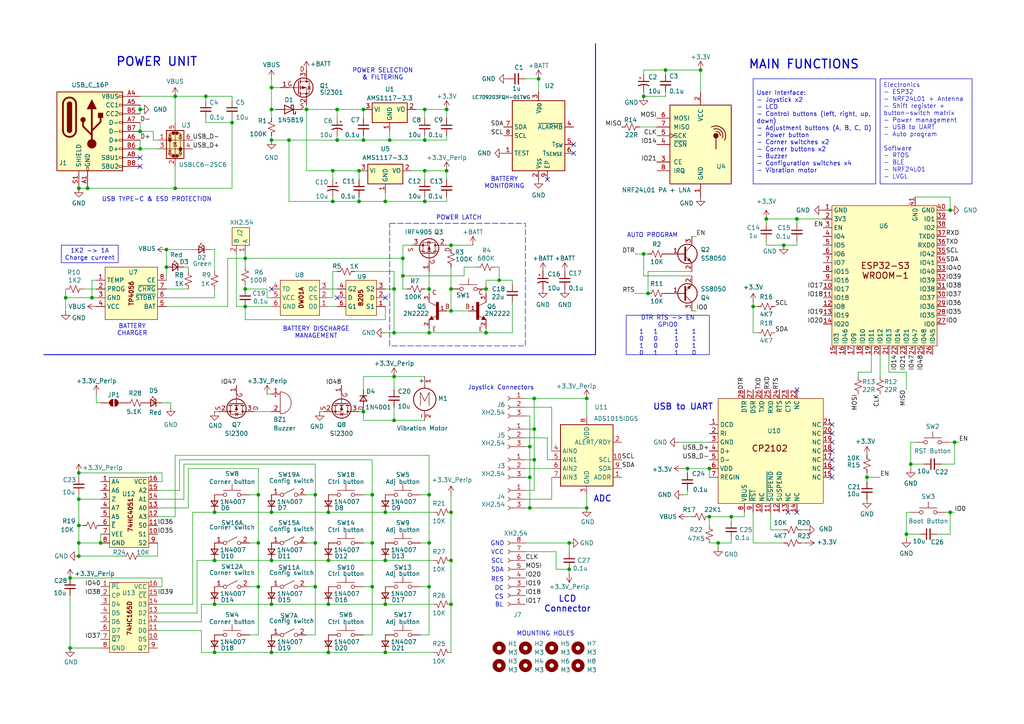
<source format=kicad_sch>
(kicad_sch (version 20250114) (generator "eeschema") (generator_version "9.0")
  (paper "A4")
  (title_block (title "Multipurpose ESP32 Gamepad") (date "2025-07-30") (rev "v03") (company "PCM Industries") (comment 1 "Author: Pacman Ng") (comment 2 "Manufacturer: JLCPCB"))
  (rectangle (start 113.03 64.77) (end 152.4 100.33) (stroke (width 0) (type dash)))
  (text "DC" (at 144.78 170.688 0) (effects (font (size 1.27 1.27))))
  (text "CS" (at 144.78 173.228 0) (effects (font (size 1.27 1.27))))
  (text "MAIN FUNCTIONS" (at 233.172 18.796 0) (effects (font (size 2.54 2.54) (thickness 0.3556) (bold yes))))
  (text "POWER UNIT\n" (at 45.466 18.034 0) (effects (font (size 2.54 2.54) (thickness 0.3556) (bold yes))))
  (text "BATTERY DISCHARGE\nMANAGEMENT" (at 91.694 96.52 0) (effects (font (size 1.27 1.27) (thickness 0.1588))))
  (text "BATTERY\nCHARGER" (at 38.354 95.758 0) (effects (font (size 1.27 1.27) (thickness 0.1588))))
  (text "USB to UART" (at 198.12 118.11 0) (effects (font (size 1.778 1.778) (thickness 0.254) (bold yes))))
  (text "BATTERY\nMONITORING" (at 146.304 53.086 0) (effects (font (size 1.27 1.27) (thickness 0.1588))))
  (text "LCD\nConnector" (at 164.592 175.26 0) (effects (font (size 1.778 1.778) (thickness 0.254) (bold yes))))
  (text "RES" (at 144.272 168.148 0) (effects (font (size 1.27 1.27))))
  (text "MOUNTING HOLES" (at 158.242 183.896 0) (effects (font (size 1.27 1.27) (thickness 0.1588))))
  (text "ADC" (at 174.752 144.78 0) (effects (font (size 1.778 1.778) (thickness 0.254) (bold yes))))
  (text "VCC" (at 144.272 160.274 0) (effects (font (size 1.27 1.27))))
  (text "POWER SELECTION\n& FILTERING" (at 110.998 21.59 0) (effects (font (size 1.27 1.27) (thickness 0.1588))))
  (text "AUTO PROGRAM" (at 189.23 68.326 0) (effects (font (size 1.27 1.27) (thickness 0.1588))))
  (text "SDA" (at 144.272 165.354 0) (effects (font (size 1.27 1.27))))
  (text "BL" (at 144.78 175.514 0) (effects (font (size 1.27 1.27))))
  (text "USB TYPE-C & ESD PROTECTION" (at 45.466 57.912 0) (effects (font (size 1.27 1.27) (thickness 0.1588))))
  (text "POWER LATCH" (at 133.096 63.246 0) (effects (font (size 1.27 1.27) (thickness 0.1588))))
  (text "GND" (at 144.272 157.734 0) (effects (font (size 1.27 1.27))))
  (text "Joystick Connectors" (at 145.288 112.522 0) (effects (font (size 1.27 1.27) (thickness 0.1588))))
  (text "SCL" (at 144.272 162.814 0) (effects (font (size 1.27 1.27))))
  (text_box "DTR RTS -> EN GPIO0\n1   1     1    1\n0   0     1    1\n1   0     0    1\n0   1     1    0" (at 181.61 91.44 0) (size 24.13 11.43) (margins 0.9525 0.9525 0.9525 0.9525) (effects (font (size 1.27 1.27))))
  (text_box "1K2 -> 1A\nCharge current" (at 17.78 71.12 0) (size 16.51 5.08) (margins 0.9525 0.9525 0.9525 0.9525) (effects (font (size 1.27 1.27))))
  (text_box "Electronics\n- ESP32\n- NRF24L01 + Antenna\n- Shift register + button-switch matrix\n- Power management\n- USB to UART\n- Auto program\n\nSoftware\n- RTOS\n- BLE\n- NRF24L01\n- LVGL" (at 255.27 22.86 0) (size 26.67 30.48) (margins 0.9525 0.9525 0.9525 0.9525) (effects (font (size 1.27 1.27) (thickness 0.127)) (justify left top)))
  (text_box "User Interface:\n- Joystick x2\n- LCD\n- Control buttons (left, right, up, down)\n- Adjustment buttons (A, B, C, D)\n- Power button\n- Corner switches x2\n- Corner buttons x2\n- Buzzer\n- Configuration switches x4\n- Vibration motor" (at 218.44 22.86 0) (size 35.56 30.48) (margins 0.9525 0.9525 0.9525 0.9525) (effects (font (size 1.27 1.27) (thickness 0.1588)) (justify left)))
  (junction (at 165.1 165.1))
  (junction (at 50.8 27.94))
  (junction (at 29.21 157.48))
  (junction (at 74.93 143.51))
  (junction (at 114.3 96.52))
  (junction (at 105.41 119.38))
  (junction (at 124.46 157.48))
  (junction (at 130.81 71.12))
  (junction (at 123.19 40.64))
  (junction (at 22.86 152.4))
  (junction (at 170.18 115.57))
  (junction (at 22.86 54.61))
  (junction (at 129.54 31.75))
  (junction (at 22.86 137.16))
  (junction (at 22.86 157.48))
  (junction (at 107.95 170.18))
  (junction (at 25.4 54.61))
  (junction (at 186.69 73.66))
  (junction (at 48.26 77.47))
  (junction (at 275.59 148.59))
  (junction (at 88.9 31.75))
  (junction (at 111.76 162.56))
  (junction (at 153.67 138.43))
  (junction (at 107.95 143.51))
  (junction (at 95.25 148.59))
  (junction (at 62.23 162.56))
  (junction (at 26.67 86.36))
  (junction (at 107.95 157.48))
  (junction (at 205.74 149.86))
  (junction (at 20.32 187.96))
  (junction (at 78.74 175.26))
  (junction (at 153.67 129.54))
  (junction (at 144.78 81.28))
  (junction (at 276.86 128.27))
  (junction (at 91.44 143.51))
  (junction (at 262.89 154.94))
  (junction (at 130.81 148.59))
  (junction (at 40.64 43.18))
  (junction (at 140.97 96.52))
  (junction (at 74.93 170.18))
  (junction (at 123.19 31.75))
  (junction (at 71.12 83.82))
  (junction (at 208.28 157.48))
  (junction (at 78.74 31.75))
  (junction (at 96.52 49.53))
  (junction (at 199.39 135.89))
  (junction (at 78.74 40.64))
  (junction (at 111.76 148.59))
  (junction (at 114.3 83.82))
  (junction (at 186.69 27.94))
  (junction (at 78.74 148.59))
  (junction (at 97.79 31.75))
  (junction (at 105.41 31.75))
  (junction (at 116.84 80.01))
  (junction (at 96.52 58.42))
  (junction (at 187.96 85.09))
  (junction (at 59.69 27.94))
  (junction (at 62.23 175.26))
  (junction (at 124.46 96.52))
  (junction (at 130.81 175.26))
  (junction (at 124.46 83.82))
  (junction (at 193.04 20.32))
  (junction (at 124.46 143.51))
  (junction (at 71.12 74.93))
  (junction (at 114.3 109.22))
  (junction (at 22.86 144.78))
  (junction (at 62.23 189.23))
  (junction (at 251.46 138.43))
  (junction (at 205.74 135.89))
  (junction (at 62.23 148.59))
  (junction (at 91.44 157.48))
  (junction (at 275.59 60.96))
  (junction (at 130.81 162.56))
  (junction (at 20.32 167.64))
  (junction (at 22.86 161.29))
  (junction (at 165.1 157.48))
  (junction (at 140.97 83.82))
  (junction (at 154.94 133.35))
  (junction (at 111.76 189.23))
  (junction (at 74.93 157.48))
  (junction (at 104.14 58.42))
  (junction (at 95.25 189.23))
  (junction (at 71.12 88.9))
  (junction (at 264.16 134.62))
  (junction (at 114.3 121.92))
  (junction (at 170.18 147.32))
  (junction (at 40.64 31.75))
  (junction (at 78.74 25.4))
  (junction (at 218.44 88.9))
  (junction (at 123.19 49.53))
  (junction (at 130.81 90.17))
  (junction (at 154.94 124.46))
  (junction (at 231.14 63.5))
  (junction (at 97.79 40.64))
  (junction (at 222.25 63.5))
  (junction (at 104.14 49.53))
  (junction (at 153.67 147.32))
  (junction (at 113.03 40.64))
  (junction (at 124.46 170.18))
  (junction (at 67.31 35.56))
  (junction (at 50.8 54.61))
  (junction (at 19.05 86.36))
  (junction (at 129.54 49.53))
  (junction (at 116.84 74.93))
  (junction (at 95.25 175.26))
  (junction (at 154.94 115.57))
  (junction (at 48.26 72.39))
  (junction (at 111.76 175.26))
  (junction (at 123.19 58.42))
  (junction (at 111.76 58.42))
  (junction (at 91.44 170.18))
  (junction (at 203.2 20.32))
  (junction (at 105.41 40.64))
  (junction (at 156.21 22.86))
  (junction (at 227.33 71.12))
  (junction (at 95.25 162.56))
  (junction (at 130.81 83.82))
  (junction (at 78.74 189.23))
  (junction (at 212.09 149.86))
  (junction (at 83.82 40.64))
  (junction (at 40.64 38.1))
  (junction (at 78.74 162.56))
  (no_connect (at 97.79 86.36))
  (no_connect (at 166.37 44.45))
  (no_connect (at 40.64 48.26))
  (no_connect (at 228.6 148.59))
  (no_connect (at 241.3 128.27))
  (no_connect (at 241.3 135.89))
  (no_connect (at 231.14 148.59))
  (no_connect (at 231.14 113.03))
  (no_connect (at 241.3 138.43))
  (no_connect (at 241.3 130.81))
  (no_connect (at 111.76 86.36))
  (no_connect (at 78.74 83.82))
  (no_connect (at 241.3 125.73))
  (no_connect (at 158.75 52.07))
  (no_connect (at 241.3 133.35))
  (no_connect (at 40.64 45.72))
  (no_connect (at 166.37 41.91))
  (no_connect (at 241.3 123.19))
  (wire (pts (xy 184.15 85.09) (xy 187.96 85.09)))
  (wire (pts (xy 114.3 118.11) (xy 114.3 121.92)))
  (wire (pts (xy 96.52 58.42) (xy 104.14 58.42)))
  (wire (pts (xy 50.8 132.08) (xy 124.46 132.08)))
  (wire (pts (xy 222.25 63.5) (xy 231.14 63.5)))
  (wire (pts (xy 102.87 78.74) (xy 114.3 78.74)))
  (wire (pts (xy 45.72 144.78) (xy 53.34 144.78)))
  (polyline (pts (xy 172.72 12.7) (xy 172.72 102.87)) (stroke (width 0.254)))
  (wire (pts (xy 105.41 143.51) (xy 107.95 143.51)))
  (wire (pts (xy 152.4 118.11) (xy 160.02 118.11)))
  (wire (pts (xy 78.74 25.4) (xy 78.74 31.75)))
  (wire (pts (xy 78.74 189.23) (xy 95.25 189.23)))
  (wire (pts (xy 22.86 157.48) (xy 29.21 157.48)))
  (wire (pts (xy 222.25 69.85) (xy 222.25 71.12)))
  (wire (pts (xy 262.89 154.94) (xy 266.7 154.94)))
  (wire (pts (xy 251.46 137.16) (xy 251.46 138.43)))
  (wire (pts (xy 78.74 162.56) (xy 95.25 162.56)))
  (wire (pts (xy 53.34 134.62) (xy 91.44 134.62)))
  (wire (pts (xy 71.12 92.71) (xy 71.12 88.9)))
  (wire (pts (xy 78.74 148.59) (xy 95.25 148.59)))
  (wire (pts (xy 114.3 109.22) (xy 105.41 109.22)))
  (wire (pts (xy 52.07 133.35) (xy 107.95 133.35)))
  (wire (pts (xy 45.72 161.29) (xy 40.64 161.29)))
  (wire (pts (xy 199.39 149.86) (xy 200.66 149.86)))
  (wire (pts (xy 154.94 115.57) (xy 152.4 115.57)))
  (wire (pts (xy 262.89 156.21) (xy 262.89 154.94)))
  (wire (pts (xy 275.59 60.96) (xy 274.32 60.96)))
  (wire (pts (xy 22.86 143.51) (xy 22.86 144.78)))
  (wire (pts (xy 92.71 119.38) (xy 93.98 119.38)))
  (wire (pts (xy 45.72 182.88) (xy 58.42 182.88)))
  (wire (pts (xy 105.41 31.75) (xy 105.41 34.29)))
  (wire (pts (xy 193.04 20.32) (xy 203.2 20.32)))
  (wire (pts (xy 123.19 49.53) (xy 123.19 52.07)))
  (wire (pts (xy 105.41 109.22) (xy 105.41 113.03)))
  (wire (pts (xy 212.09 157.48) (xy 212.09 156.21)))
  (wire (pts (xy 77.47 86.36) (xy 78.74 86.36)))
  (wire (pts (xy 83.82 40.64) (xy 97.79 40.64)))
  (wire (pts (xy 123.19 58.42) (xy 123.19 57.15)))
  (wire (pts (xy 57.15 162.56) (xy 62.23 162.56)))
  (wire (pts (xy 264.16 128.27) (xy 264.16 134.62)))
  (wire (pts (xy 129.54 90.17) (xy 130.81 90.17)))
  (wire (pts (xy 105.41 157.48) (xy 107.95 157.48)))
  (wire (pts (xy 97.79 31.75) (xy 105.41 31.75)))
  (wire (pts (xy 124.46 143.51) (xy 124.46 157.48)))
  (wire (pts (xy 208.28 157.48) (xy 208.28 158.75)))
  (wire (pts (xy 148.59 87.63) (xy 148.59 96.52)))
  (wire (pts (xy 111.76 88.9) (xy 111.76 92.71)))
  (wire (pts (xy 62.23 72.39) (xy 60.96 72.39)))
  (wire (pts (xy 130.81 77.47) (xy 130.81 83.82)))
  (wire (pts (xy 124.46 78.74) (xy 124.46 83.82)))
  (wire (pts (xy 72.39 157.48) (xy 74.93 157.48)))
  (wire (pts (xy 170.18 147.32) (xy 153.67 147.32)))
  (wire (pts (xy 107.95 184.15) (xy 105.41 184.15)))
  (wire (pts (xy 55.88 148.59) (xy 62.23 148.59)))
  (wire (pts (xy 130.81 72.39) (xy 130.81 71.12)))
  (wire (pts (xy 205.74 135.89) (xy 205.74 138.43)))
  (wire (pts (xy 199.39 135.89) (xy 199.39 137.16)))
  (wire (pts (xy 95.25 88.9) (xy 97.79 88.9)))
  (wire (pts (xy 48.26 72.39) (xy 48.26 77.47)))
  (wire (pts (xy 59.69 27.94) (xy 67.31 27.94)))
  (wire (pts (xy 152.4 144.78) (xy 160.02 144.78)))
  (wire (pts (xy 264.16 148.59) (xy 262.89 148.59)))
  (wire (pts (xy 74.93 184.15) (xy 72.39 184.15)))
  (wire (pts (xy 275.59 154.94) (xy 275.59 148.59)))
  (wire (pts (xy 121.92 157.48) (xy 124.46 157.48)))
  (wire (pts (xy 54.61 77.47) (xy 54.61 78.74)))
  (wire (pts (xy 116.84 80.01) (xy 116.84 83.82)))
  (wire (pts (xy 88.9 30.48) (xy 88.9 31.75)))
  (wire (pts (xy 186.69 73.66) (xy 187.96 73.66)))
  (wire (pts (xy 50.8 27.94) (xy 59.69 27.94)))
  (wire (pts (xy 140.97 96.52) (xy 148.59 96.52)))
  (wire (pts (xy 105.41 119.38) (xy 105.41 121.92)))
  (wire (pts (xy 22.86 157.48) (xy 22.86 161.29)))
  (wire (pts (xy 22.86 152.4) (xy 24.13 152.4)))
  (wire (pts (xy 196.85 128.27) (xy 205.74 128.27)))
  (wire (pts (xy 111.76 189.23) (xy 125.73 189.23)))
  (wire (pts (xy 114.3 109.22) (xy 114.3 113.03)))
  (wire (pts (xy 140.97 83.82) (xy 140.97 85.09)))
  (wire (pts (xy 62.23 148.59) (xy 78.74 148.59)))
  (wire (pts (xy 52.07 142.24) (xy 52.07 133.35)))
  (wire (pts (xy 186.69 27.94) (xy 193.04 27.94)))
  (wire (pts (xy 186.69 21.59) (xy 186.69 20.32)))
  (wire (pts (xy 78.74 175.26) (xy 95.25 175.26)))
  (wire (pts (xy 111.76 175.26) (xy 125.73 175.26)))
  (wire (pts (xy 46.99 167.64) (xy 46.99 170.18)))
  (wire (pts (xy 111.76 55.88) (xy 111.76 58.42)))
  (wire (pts (xy 45.72 175.26) (xy 55.88 175.26)))
  (wire (pts (xy 19.05 83.82) (xy 19.05 86.36)))
  (wire (pts (xy 95.25 175.26) (xy 111.76 175.26)))
  (wire (pts (xy 120.65 31.75) (xy 123.19 31.75)))
  (wire (pts (xy 201.93 90.17) (xy 200.66 90.17)))
  (wire (pts (xy 71.12 83.82) (xy 77.47 83.82)))
  (wire (pts (xy 77.47 114.3) (xy 78.74 114.3)))
  (wire (pts (xy 67.31 35.56) (xy 67.31 34.29)))
  (wire (pts (xy 212.09 149.86) (xy 215.9 149.86)))
  (wire (pts (xy 152.4 135.89) (xy 160.02 135.89)))
  (wire (pts (xy 107.95 133.35) (xy 107.95 143.51)))
  (wire (pts (xy 257.81 107.95) (xy 257.81 102.87)))
  (wire (pts (xy 273.05 134.62) (xy 276.86 134.62)))
  (polyline (pts (xy 12.7 102.87) (xy 172.72 102.87)) (stroke (width 0.254)))
  (wire (pts (xy 57.15 177.8) (xy 57.15 162.56)))
  (wire (pts (xy 276.86 128.27) (xy 275.59 128.27)))
  (wire (pts (xy 105.41 40.64) (xy 113.03 40.64)))
  (wire (pts (xy 124.46 95.25) (xy 124.46 96.52)))
  (wire (pts (xy 152.4 22.86) (xy 156.21 22.86)))
  (wire (pts (xy 19.05 90.17) (xy 19.05 86.36)))
  (wire (pts (xy 152.4 133.35) (xy 154.94 133.35)))
  (wire (pts (xy 78.74 39.37) (xy 78.74 40.64)))
  (wire (pts (xy 83.82 40.64) (xy 78.74 40.64)))
  (wire (pts (xy 22.86 54.61) (xy 25.4 54.61)))
  (wire (pts (xy 153.67 120.65) (xy 153.67 129.54)))
  (wire (pts (xy 111.76 58.42) (xy 123.19 58.42)))
  (wire (pts (xy 77.47 83.82) (xy 77.47 86.36)))
  (wire (pts (xy 119.38 49.53) (xy 123.19 49.53)))
  (wire (pts (xy 218.44 88.9) (xy 218.44 96.52)))
  (wire (pts (xy 152.4 138.43) (xy 153.67 138.43)))
  (wire (pts (xy 88.9 157.48) (xy 91.44 157.48)))
  (wire (pts (xy 104.14 58.42) (xy 111.76 58.42)))
  (wire (pts (xy 71.12 74.93) (xy 116.84 74.93)))
  (wire (pts (xy 123.19 83.82) (xy 124.46 83.82)))
  (wire (pts (xy 144.78 81.28) (xy 148.59 81.28)))
  (wire (pts (xy 40.64 40.64) (xy 40.64 43.18)))
  (wire (pts (xy 152.4 124.46) (xy 154.94 124.46)))
  (wire (pts (xy 44.45 40.64) (xy 44.45 38.1)))
  (wire (pts (xy 276.86 134.62) (xy 276.86 128.27)))
  (wire (pts (xy 116.84 74.93) (xy 116.84 80.01)))
  (wire (pts (xy 186.69 80.01) (xy 186.69 73.66)))
  (wire (pts (xy 152.4 127) (xy 158.75 127)))
  (wire (pts (xy 212.09 151.13) (xy 212.09 149.86)))
  (wire (pts (xy 154.94 124.46) (xy 154.94 115.57)))
  (wire (pts (xy 26.67 81.28) (xy 26.67 86.36)))
  (wire (pts (xy 74.93 157.48) (xy 74.93 170.18)))
  (wire (pts (xy 123.19 40.64) (xy 129.54 40.64)))
  (wire (pts (xy 123.19 31.75) (xy 123.19 34.29)))
  (wire (pts (xy 91.44 157.48) (xy 91.44 170.18)))
  (wire (pts (xy 95.25 86.36) (xy 96.52 86.36)))
  (wire (pts (xy 96.52 58.42) (xy 83.82 58.42)))
  (wire (pts (xy 111.76 92.71) (xy 71.12 92.71)))
  (wire (pts (xy 218.44 157.48) (xy 227.33 157.48)))
  (wire (pts (xy 114.3 83.82) (xy 114.3 96.52)))
  (wire (pts (xy 156.21 22.86) (xy 156.21 26.67)))
  (wire (pts (xy 161.29 160.02) (xy 152.4 160.02)))
  (wire (pts (xy 27.94 114.3) (xy 27.94 116.84)))
  (wire (pts (xy 113.03 40.64) (xy 123.19 40.64)))
  (wire (pts (xy 46.99 116.84) (xy 49.53 116.84)))
  (wire (pts (xy 265.43 128.27) (xy 264.16 128.27)))
  (wire (pts (xy 26.67 86.36) (xy 27.94 86.36)))
  (wire (pts (xy 78.74 31.75) (xy 78.74 34.29)))
  (wire (pts (xy 130.81 162.56) (xy 130.81 175.26)))
  (wire (pts (xy 153.67 138.43) (xy 153.67 147.32)))
  (wire (pts (xy 201.93 68.58) (xy 200.66 68.58)))
  (wire (pts (xy 48.26 83.82) (xy 54.61 83.82)))
  (wire (pts (xy 248.92 109.22) (xy 248.92 107.95)))
  (wire (pts (xy 116.84 83.82) (xy 118.11 83.82)))
  (wire (pts (xy 129.54 49.53) (xy 129.54 52.07)))
  (wire (pts (xy 114.3 96.52) (xy 124.46 96.52)))
  (wire (pts (xy 96.52 58.42) (xy 96.52 57.15)))
  (wire (pts (xy 72.39 170.18) (xy 74.93 170.18)))
  (wire (pts (xy 50.8 48.26) (xy 50.8 54.61)))
  (wire (pts (xy 104.14 49.53) (xy 104.14 52.07)))
  (wire (pts (xy 252.73 102.87) (xy 252.73 107.95)))
  (wire (pts (xy 72.39 143.51) (xy 74.93 143.51)))
  (wire (pts (xy 218.44 148.59) (xy 218.44 157.48)))
  (wire (pts (xy 55.88 175.26) (xy 55.88 148.59)))
  (wire (pts (xy 62.23 72.39) (xy 62.23 78.74)))
  (wire (pts (xy 199.39 143.51) (xy 199.39 142.24)))
  (wire (pts (xy 264.16 134.62) (xy 267.97 134.62)))
  (wire (pts (xy 74.93 135.89) (xy 74.93 143.51)))
  (wire (pts (xy 95.25 189.23) (xy 111.76 189.23)))
  (wire (pts (xy 91.44 170.18) (xy 91.44 184.15)))
  (wire (pts (xy 46.99 139.7) (xy 46.99 137.16)))
  (wire (pts (xy 231.14 71.12) (xy 231.14 69.85)))
  (wire (pts (xy 22.86 137.16) (xy 22.86 138.43)))
  (wire (pts (xy 148.59 81.28) (xy 148.59 82.55)))
  (wire (pts (xy 40.64 31.75) (xy 40.64 33.02)))
  (wire (pts (xy 58.42 182.88) (xy 58.42 189.23)))
  (wire (pts (xy 130.81 90.17) (xy 135.89 90.17)))
  (wire (pts (xy 255.27 138.43) (xy 251.46 138.43)))
  (wire (pts (xy 88.9 31.75) (xy 97.79 31.75)))
  (wire (pts (xy 154.94 133.35) (xy 154.94 124.46)))
  (wire (pts (xy 49.53 116.84) (xy 49.53 118.11)))
  (wire (pts (xy 24.13 83.82) (xy 27.94 83.82)))
  (wire (pts (xy 200.66 80.01) (xy 186.69 80.01)))
  (wire (pts (xy 22.86 144.78) (xy 22.86 152.4)))
  (wire (pts (xy 88.9 170.18) (xy 91.44 170.18)))
  (wire (pts (xy 58.42 175.26) (xy 62.23 175.26)))
  (wire (pts (xy 67.31 54.61) (xy 50.8 54.61)))
  (wire (pts (xy 104.14 119.38) (xy 105.41 119.38)))
  (wire (pts (xy 40.64 30.48) (xy 40.64 31.75)))
  (wire (pts (xy 124.46 96.52) (xy 140.97 96.52)))
  (wire (pts (xy 160.02 118.11) (xy 160.02 130.81)))
  (wire (pts (xy 59.69 29.21) (xy 59.69 27.94)))
  (wire (pts (xy 48.26 88.9) (xy 66.04 88.9)))
  (wire (pts (xy 170.18 115.57) (xy 170.18 120.65)))
  (wire (pts (xy 53.34 77.47) (xy 54.61 77.47)))
  (wire (pts (xy 152.4 120.65) (xy 153.67 120.65)))
  (wire (pts (xy 199.39 135.89) (xy 205.74 135.89)))
  (wire (pts (xy 114.3 121.92) (xy 123.19 121.92)))
  (wire (pts (xy 71.12 82.55) (xy 71.12 83.82)))
  (wire (pts (xy 74.93 170.18) (xy 74.93 184.15)))
  (wire (pts (xy 54.61 135.89) (xy 74.93 135.89)))
  (wire (pts (xy 105.41 39.37) (xy 105.41 40.64)))
  (wire (pts (xy 161.29 165.1) (xy 161.29 160.02)))
  (wire (pts (xy 58.42 180.34) (xy 58.42 175.26)))
  (wire (pts (xy 53.34 144.78) (xy 53.34 134.62)))
  (wire (pts (xy 22.86 157.48) (xy 22.86 152.4)))
  (wire (pts (xy 116.84 71.12) (xy 116.84 74.93)))
  (wire (pts (xy 71.12 74.93) (xy 71.12 77.47)))
  (wire (pts (xy 184.15 73.66) (xy 186.69 73.66)))
  (wire (pts (xy 29.21 187.96) (xy 20.32 187.96)))
  (wire (pts (xy 205.74 149.86) (xy 212.09 149.86)))
  (wire (pts (xy 134.62 77.47) (xy 138.43 77.47)))
  (wire (pts (xy 58.42 189.23) (xy 62.23 189.23)))
  (wire (pts (xy 107.95 157.48) (xy 107.95 170.18)))
  (wire (pts (xy 105.41 121.92) (xy 114.3 121.92)))
  (wire (pts (xy 121.92 143.51) (xy 124.46 143.51)))
  (wire (pts (xy 165.1 157.48) (xy 165.1 160.02)))
  (wire (pts (xy 140.97 81.28) (xy 140.97 83.82)))
  (wire (pts (xy 227.33 71.12) (xy 231.14 71.12)))
  (wire (pts (xy 152.4 142.24) (xy 154.94 142.24)))
  (wire (pts (xy 271.78 154.94) (xy 275.59 154.94)))
  (wire (pts (xy 48.26 86.36) (xy 62.23 86.36)))
  (wire (pts (xy 91.44 184.15) (xy 88.9 184.15)))
  (wire (pts (xy 20.32 172.72) (xy 20.32 187.96)))
  (wire (pts (xy 74.93 143.51) (xy 74.93 157.48)))
  (wire (pts (xy 111.76 162.56) (xy 125.73 162.56)))
  (wire (pts (xy 215.9 149.86) (xy 215.9 148.59)))
  (wire (pts (xy 62.23 83.82) (xy 62.23 86.36)))
  (wire (pts (xy 158.75 133.35) (xy 160.02 133.35)))
  (wire (pts (xy 124.46 83.82) (xy 124.46 85.09)))
  (wire (pts (xy 45.72 177.8) (xy 57.15 177.8)))
  (wire (pts (xy 40.64 35.56) (xy 40.64 38.1)))
  (wire (pts (xy 130.81 148.59) (xy 130.81 162.56)))
  (wire (pts (xy 113.03 38.1) (xy 113.03 40.64)))
  (wire (pts (xy 96.52 78.74) (xy 97.79 78.74)))
  (wire (pts (xy 114.3 78.74) (xy 114.3 83.82)))
  (wire (pts (xy 88.9 49.53) (xy 96.52 49.53)))
  (wire (pts (xy 104.14 58.42) (xy 104.14 57.15)))
  (wire (pts (xy 96.52 78.74) (xy 96.52 86.36)))
  (wire (pts (xy 62.23 189.23) (xy 78.74 189.23)))
  (wire (pts (xy 27.94 116.84) (xy 29.21 116.84)))
  (wire (pts (xy 45.72 149.86) (xy 50.8 149.86)))
  (wire (pts (xy 88.9 49.53) (xy 88.9 31.75)))
  (wire (pts (xy 153.67 129.54) (xy 153.67 138.43)))
  (wire (pts (xy 111.76 148.59) (xy 125.73 148.59)))
  (wire (pts (xy 88.9 143.51) (xy 91.44 143.51)))
  (wire (pts (xy 46.99 137.16) (xy 22.86 137.16)))
  (wire (pts (xy 218.44 88.9) (xy 219.71 88.9)))
  (wire (pts (xy 208.28 157.48) (xy 212.09 157.48)))
  (wire (pts (xy 255.27 102.87) (xy 255.27 109.22)))
  (wire (pts (xy 124.46 184.15) (xy 121.92 184.15)))
  (wire (pts (xy 62.23 119.38) (xy 63.5 119.38)))
  (wire (pts (xy 91.44 143.51) (xy 91.44 157.48)))
  (wire (pts (xy 78.74 22.86) (xy 78.74 25.4)))
  (wire (pts (xy 222.25 63.5) (xy 222.25 64.77)))
  (wire (pts (xy 111.76 83.82) (xy 114.3 83.82)))
  (wire (pts (xy 200.66 78.74) (xy 187.96 78.74)))
  (wire (pts (xy 205.74 157.48) (xy 208.28 157.48)))
  (wire (pts (xy 198.12 135.89) (xy 199.39 135.89)))
  (wire (pts (xy 97.79 31.75) (xy 97.79 34.29)))
  (wire (pts (xy 40.64 27.94) (xy 50.8 27.94)))
  (wire (pts (xy 71.12 74.93) (xy 71.12 73.66)))
  (wire (pts (xy 140.97 81.28) (xy 144.78 81.28)))
  (wire (pts (xy 96.52 52.07) (xy 96.52 49.53)))
  (wire (pts (xy 25.4 54.61) (xy 50.8 54.61)))
  (wire (pts (xy 66.04 74.93) (xy 71.12 74.93)))
  (wire (pts (xy 123.19 31.75) (xy 129.54 31.75)))
  (wire (pts (xy 121.92 170.18) (xy 124.46 170.18)))
  (wire (pts (xy 218.44 96.52) (xy 219.71 96.52)))
  (wire (pts (xy 129.54 39.37) (xy 129.54 40.64)))
  (wire (pts (xy 123.19 39.37) (xy 123.19 40.64)))
  (wire (pts (xy 129.54 31.75) (xy 129.54 34.29)))
  (wire (pts (xy 124.46 157.48) (xy 124.46 170.18)))
  (wire (pts (xy 123.19 49.53) (xy 129.54 49.53)))
  (wire (pts (xy 95.25 83.82) (xy 97.79 83.82)))
  (wire (pts (xy 123.19 58.42) (xy 129.54 58.42)))
  (wire (pts (xy 130.81 143.51) (xy 130.81 148.59)))
  (wire (pts (xy 276.86 148.59) (xy 275.59 148.59)))
  (wire (pts (xy 130.81 175.26) (xy 130.81 189.23)))
  (wire (pts (xy 116.84 71.12) (xy 119.38 71.12)))
  (wire (pts (xy 152.4 147.32) (xy 153.67 147.32)))
  (wire (pts (xy 262.89 107.95) (xy 257.81 107.95)))
  (wire (pts (xy 71.12 88.9) (xy 78.74 88.9)))
  (wire (pts (xy 44.45 40.64) (xy 45.72 40.64)))
  (wire (pts (xy 193.04 20.32) (xy 193.04 21.59)))
  (wire (pts (xy 45.72 147.32) (xy 54.61 147.32)))
  (wire (pts (xy 158.75 127) (xy 158.75 133.35)))
  (wire (pts (xy 54.61 147.32) (xy 54.61 135.89)))
  (wire (pts (xy 185.42 36.83) (xy 190.5 36.83)))
  (wire (pts (xy 130.81 71.12) (xy 137.16 71.12)))
  (wire (pts (xy 107.95 170.18) (xy 107.95 184.15)))
  (wire (pts (xy 130.81 83.82) (xy 130.81 90.17)))
  (wire (pts (xy 97.79 39.37) (xy 97.79 40.64)))
  (wire (pts (xy 198.12 143.51) (xy 199.39 143.51)))
  (wire (pts (xy 107.95 143.51) (xy 107.95 157.48)))
  (wire (pts (xy 222.25 71.12) (xy 227.33 71.12)))
  (wire (pts (xy 129.54 71.12) (xy 130.81 71.12)))
  (wire (pts (xy 231.14 63.5) (xy 231.14 64.77)))
  (wire (pts (xy 144.78 77.47) (xy 144.78 81.28)))
  (wire (pts (xy 223.52 148.59) (xy 223.52 153.67)))
  (wire (pts (xy 134.62 80.01) (xy 134.62 77.47)))
  (wire (pts (xy 62.23 162.56) (xy 78.74 162.56)))
  (wire (pts (xy 262.89 107.95) (xy 262.89 113.03)))
  (wire (pts (xy 152.4 129.54) (xy 153.67 129.54)))
  (wire (pts (xy 20.32 167.64) (xy 46.99 167.64)))
  (wire (pts (xy 29.21 157.48) (xy 29.21 154.94)))
  (wire (pts (xy 262.89 148.59) (xy 262.89 154.94)))
  (wire (pts (xy 67.31 35.56) (xy 67.31 54.61)))
  (wire (pts (xy 116.84 80.01) (xy 134.62 80.01)))
  (wire (pts (xy 45.72 142.24) (xy 52.07 142.24)))
  (wire (pts (xy 48.26 72.39) (xy 55.88 72.39)))
  (wire (pts (xy 91.44 134.62) (xy 91.44 143.51)))
  (wire (pts (xy 165.1 166.37) (xy 165.1 165.1)))
  (wire (pts (xy 203.2 20.32) (xy 203.2 26.67)))
  (wire (pts (xy 154.94 115.57) (xy 170.18 115.57)))
  (wire (pts (xy 44.45 38.1) (xy 40.64 38.1)))
  (wire (pts (xy 80.01 31.75) (xy 78.74 31.75)))
  (wire (pts (xy 186.69 26.67) (xy 186.69 27.94)))
  (wire (pts (xy 231.14 63.5) (xy 238.76 63.5)))
  (wire (pts (xy 275.59 57.15) (xy 275.59 60.96)))
  (wire (pts (xy 252.73 107.95) (xy 248.92 107.95)))
  (wire (pts (xy 124.46 170.18) (xy 124.46 184.15)))
  (wire (pts (xy 143.51 77.47) (xy 144.78 77.47)))
  (wire (pts (xy 264.16 135.89) (xy 264.16 134.62)))
  (wire (pts (xy 87.63 31.75) (xy 88.9 31.75)))
  (wire (pts (xy 114.3 109.22) (xy 123.19 109.22)))
  (wire (pts (xy 96.52 49.53) (xy 104.14 49.53)))
  (wire (pts (xy 45.72 180.34) (xy 58.42 180.34)))
  (wire (pts (xy 78.74 119.38) (xy 73.66 119.38)))
  (wire (pts (xy 50.8 27.94) (xy 50.8 35.56)))
  (wire (pts (xy 105.41 170.18) (xy 107.95 170.18)))
  (wire (pts (xy 59.69 35.56) (xy 67.31 35.56)))
  (wire (pts (xy 45.72 157.48) (xy 45.72 161.29)))
  (wire (pts (xy 154.94 142.24) (xy 154.94 133.35)))
  (wire (pts (xy 129.54 58.42) (xy 129.54 57.15)))
  (wire (pts (xy 205.74 149.86) (xy 205.74 152.4)))
  (wire (pts (xy 68.58 73.66) (xy 68.58 88.9)))
  (wire (pts (xy 160.02 144.78) (xy 160.02 138.43)))
  (wire (pts (xy 218.44 87.63) (xy 218.44 88.9)))
  (wire (pts (xy 170.18 143.51) (xy 170.18 147.32)))
  (wire (pts (xy 223.52 153.67) (xy 227.33 153.67)))
  (wire (pts (xy 124.46 132.08) (xy 124.46 143.51)))
  (wire (pts (xy 111.76 96.52) (xy 114.3 96.52)))
  (wire (pts (xy 165.1 165.1) (xy 161.29 165.1)))
  (wire (pts (xy 97.79 40.64) (xy 105.41 40.64)))
  (wire (pts (xy 22.86 161.29) (xy 35.56 161.29)))
  (wire (pts (xy 48.26 77.47) (xy 48.26 81.28)))
  (wire (pts (xy 83.82 40.64) (xy 83.82 58.42)))
  (wire (pts (xy 19.05 86.36) (xy 26.67 86.36)))
  (wire (pts (xy 46.99 139.7) (xy 45.72 139.7)))
  (wire (pts (xy 46.99 170.18) (xy 45.72 170.18)))
  (wire (pts (xy 59.69 34.29) (xy 59.69 35.56)))
  (wire (pts (xy 165.1 157.48) (xy 152.4 157.48)))
  (wire (pts (xy 66.04 88.9) (xy 66.04 74.93)))
  (wire (pts (xy 140.97 95.25) (xy 140.97 96.52)))
  (wire (pts (xy 50.8 149.86) (xy 50.8 132.08)))
  (wire (pts (xy 193.04 27.94) (xy 193.04 26.67)))
  (wire (pts (xy 186.69 20.32) (xy 193.04 20.32)))
  (wire (pts (xy 251.46 139.7) (xy 251.46 138.43)))
  (wire (pts (xy 265.43 57.15) (xy 275.59 57.15)))
  (wire (pts (xy 95.25 148.59) (xy 111.76 148.59)))
  (wire (pts (xy 95.25 162.56) (xy 111.76 162.56)))
  (wire (pts (xy 40.64 43.18) (xy 45.72 43.18)))
  (wire (pts (xy 62.23 175.26) (xy 78.74 175.26)))
  (wire (pts (xy 278.13 128.27) (xy 276.86 128.27)))
  (wire (pts (xy 232.41 153.67) (xy 233.68 153.67)))
  (wire (pts (xy 68.58 88.9) (xy 71.12 88.9)))
  (wire (pts (xy 29.21 144.78) (xy 22.86 144.78)))
  (wire (pts (xy 232.41 157.48) (xy 233.68 157.48)))
  (wire (pts (xy 275.59 148.59) (xy 274.32 148.59)))
  (wire (pts (xy 187.96 78.74) (xy 187.96 85.09)))
  (wire (pts (xy 105.41 118.11) (xy 105.41 119.38)))
  (wire (pts (xy 27.94 81.28) (xy 26.67 81.28)))
  (wire (pts (xy 67.31 27.94) (xy 67.31 29.21)))
  (wire (pts (xy 78.74 25.4) (xy 81.28 25.4)))
  (label "IO48" (at 99.06 111.76 180))
  (label "USB_D+" (at 205.74 130.81 180))
  (label "IO18" (at 238.76 86.36 180))
  (label "RTS" (at 184.15 85.09 180))
  (label "IO0" (at 274.32 93.98 0))
  (label "IO0" (at 276.86 148.59 0))
  (label "SDA" (at 180.34 135.89 0))
  (label "IO37" (at 29.21 185.42 180))
  (label "IO17" (at 152.4 175.26 0))
  (label "TXD" (at 220.98 113.03 90))
  (label "RTS" (at 226.06 113.03 90))
  (label "IO38" (at 29.21 172.72 180))
  (label "MOSI" (at 190.5 34.29 180))
  (label "DTR" (at 184.15 73.66 180))
  (label "IO17" (at 238.76 83.82 180))
  (label "IO21" (at 190.5 46.99 180))
  (label "IO35" (at 45.72 154.94 0))
  (label "IO47" (at 68.58 111.76 180))
  (label "SCL" (at 146.05 39.37 180))
  (label "RXD" (at 274.32 68.58 0))
  (label "SDA" (at 274.32 76.2 0))
  (label "IO47" (at 265.43 102.87 270))
  (label "USB_D+" (at 55.88 43.18 0))
  (label "IO35" (at 274.32 91.44 0))
  (label "IO19" (at 238.76 91.44 180))
  (label "IO48" (at 267.97 102.87 270))
  (label "SDA" (at 146.05 36.83 180))
  (label "IO19" (at 152.4 170.18 0))
  (label "SCL" (at 180.34 133.35 0))
  (label "TXD" (at 274.32 71.12 0))
  (label "IO40" (at 274.32 78.74 0))
  (label "USB_D-" (at 55.88 40.64 0))
  (label "RXD" (at 223.52 113.03 90))
  (label "CLK" (at 152.4 162.56 0))
  (label "IO18" (at 152.4 172.72 0))
  (label "IO20" (at 152.4 167.64 0))
  (label "EN" (at 255.27 138.43 0))
  (label "IO40" (at 29.21 170.18 180))
  (label "IO20" (at 238.76 93.98 180))
  (label "IO14" (at 190.5 41.91 180))
  (label "MOSI" (at 152.4 165.1 0))
  (label "D+" (at 40.64 40.64 0))
  (label "IO14" (at 260.35 102.87 270))
  (label "IO37" (at 274.32 86.36 0))
  (label "IO36" (at 45.72 152.4 0))
  (label "CLK" (at 190.5 39.37 180))
  (label "IO38" (at 274.32 83.82 0))
  (label "CLK" (at 255.27 114.3 270))
  (label "IO39" (at 274.32 81.28 0))
  (label "IO39" (at 45.72 172.72 0))
  (label "MISO" (at 262.89 113.03 270))
  (label "IO21" (at 262.89 102.87 270))
  (label "D-" (at 40.64 35.56 0))
  (label "MISO" (at 180.34 36.83 180))
  (label "SDA" (at 224.79 96.52 0))
  (label "USB_D-" (at 205.74 133.35 180))
  (label "SCL" (at 224.79 88.9 0))
  (label "DTR" (at 215.9 113.03 90))
  (label "EN" (at 278.13 128.27 0))
  (label "EN" (at 201.93 68.58 0))
  (label "IO0" (at 201.93 90.17 0))
  (label "EN" (at 238.76 66.04 180))
  (label "MOSI" (at 248.92 114.3 270))
  (label "IO36" (at 274.32 88.9 0))
  (label "SCL" (at 274.32 73.66 0))
  (symbol (lib_id "Motor:Motor_DC") (at 123.19 114.3 0) (unit 1)
    (property "Reference" "M1" (at 127 115.57 0) (effects (justify left)))
    (property "Value" "Vibration Motor" (at 115.062 124.206 0) (effects (justify left)))
    (property "Footprint" "Coin_Vibration_Motor:XDCR_C0720B001F" (effects (hide yes)))
    (property "Description" "https://icdayroi.com/dong-co-rung-1027" (effects (hide yes)))
    (property "Price" "7000" (effects (hide yes)))
  )
  (symbol (lib_id "Regulator_Linear:AMS1117-3.3") (at 111.76 49.53 0) (unit 1)
    (property "Reference" "U5" (at 111.76 43.18 0))
    (property "Value" "AMS1117-3.3" (at 111.76 45.72 0))
    (property "Footprint" "Package_TO_SOT_SMD:SOT-223-3_TabPin2" (effects (hide yes)))
    (property "Datasheet" "http://www.advanced-monolithic.com/pdf/ds1117.pdf" (effects (hide yes)))
    (property "Description" "https://icdayroi.com/ams1117-3-3v" (effects (hide yes)))
    (property "Price" "900" (effects (hide yes)))
  )
  (symbol (lib_name "MountingHole_1") (lib_id "Mechanical:MountingHole") (at 167.64 193.04 0) (unit 1)
    (property "Reference" "H8" (at 170.18 191.7699 0) (effects (justify left)))
    (property "Value" "M3" (at 170.18 194.3099 0) (effects (justify left)))
    (property "Footprint" "MountingHole:MountingHole_3.2mm_M3_DIN965_Pad_TopBottom" (effects (hide yes)))
  )
  (symbol (lib_id "power:+3.3V") (at 130.81 143.51 0) (mirror y) (unit 1)
    (property "Reference" "#PWR045" (effects (hide yes)))
    (property "Value" "+3.3V_Perip" (at 131.064 139.192 0))
    (property "Description" "Power symbol creates a global label with name \"+3.3V\"" (effects (hide yes)))
  )
  (symbol (lib_id "power:GND") (at 146.05 44.45 270) (unit 1)
    (property "Reference" "#PWR011" (effects (hide yes)))
    (property "Value" "GND" (at 140.462 44.45 90))
    (property "Description" "Power symbol creates a global label with name \"GND\" , ground" (effects (hide yes)))
  )
  (symbol (lib_id "Device:D_Small") (at 78.74 160.02 270) (mirror x) (unit 1)
    (property "Reference" "D11" (at 80.518 161.29 90) (effects (justify left)))
    (property "Value" "1N4007" (at 80.264 159.512 90) (effects (justify left)))
    (property "Footprint" "Diode_SMD:D_SOD-123" (effects (hide yes)))
    (property "Description" "https://chipn24.com/25-cai-diode-dan-t7-sod-123-1a-1000v-1n4007-smd-id5751.html" (effects (hide yes)))
    (property "Sim.Device" "D" (effects (hide yes)))
    (property "Sim.Pins" "1=K 2=A" (effects (hide yes)))
    (property "Price" "524" (effects (hide yes)))
  )
  (symbol (lib_id "power:GND") (at 78.74 40.64 0) (unit 1)
    (property "Reference" "#PWR010" (effects (hide yes)))
    (property "Value" "GND" (at 78.74 45.72 0))
    (property "Description" "Power symbol creates a global label with name \"GND\" , ground" (effects (hide yes)))
  )
  (symbol (lib_id "Battery_Management_ICs:TP4056") (at 30.48 78.74 0) (unit 1)
    (property "Reference" "U7" (at 38.608 78.994 0))
    (property "Value" "TP4056" (effects (hide yes)))
    (property "Footprint" "Package_SO:HTSOP-8-1EP_3.9x4.9mm_P1.27mm_EP2.4x3.2mm_ThermalVias" (effects (hide yes)))
    (property "Description" "https://icdayroi.com/tp4056" (effects (hide yes)))
    (property "Price" "3000" (effects (hide yes)))
  )
  (symbol (lib_id "power:GND") (at 196.85 128.27 270) (unit 1)
    (property "Reference" "#PWR036" (effects (hide yes)))
    (property "Value" "GND" (at 191.516 128.27 90))
    (property "Description" "Power symbol creates a global label with name \"GND\" , ground" (effects (hide yes)))
  )
  (symbol (lib_id "power:+3.3V") (at 203.2 20.32 0) (unit 1)
    (property "Reference" "#PWR02" (effects (hide yes)))
    (property "Value" "+3.3V" (at 203.2 16.51 0))
    (property "Description" "Power symbol creates a global label with name \"+3.3V\"" (effects (hide yes)))
  )
  (symbol (lib_id "Connector:Conn_01x08_Socket") (at 147.32 167.64 180) (unit 1)
    (property "Reference" "J7" (at 150.114 178.308 0))
    (property "Value" "XH2.54" (at 149.606 154.686 0))
    (property "Footprint" "XH_2p54:8P_male" (effects (hide yes)))
    (property "Description" "https://chipn24.com/10-cai-f297-header-8p-xh2-54-8p-duc-thang-id1625.html" (effects (hide yes)))
    (property "Price" "840" (effects (hide yes)))
  )
  (symbol (lib_id "Device:R_Small_US") (at 128.27 175.26 270) (mirror x) (unit 1)
    (property "Reference" "R26" (at 129.286 172.72 90) (effects (justify right)))
    (property "Value" "10K" (at 129.286 177.8 90) (effects (justify right)))
    (property "Footprint" "Resistor_SMD:R_0603_1608Metric_Pad0.98x0.95mm_HandSolder" (effects (hide yes)))
    (property "Description" "https://icdayroi.com/dien-tro-10k-0603-1-goi-50-con" (effects (hide yes)))
    (property "Price" "40" (effects (hide yes)))
  )
  (symbol (lib_id "Battery_Management:LC709203FQH-01TWG") (at 156.21 39.37 0) (unit 1)
    (property "Reference" "U2" (at 157.988 24.892 0) (effects (justify left)))
    (property "Value" "LC709203FQH-01TWG" (at 136.906 28.194 0) (effects (font (size 1.016 1.016)) (justify left)))
    (property "Footprint" "Package_DFN_QFN:WDFN-8-1EP_4x3mm_P0.65mm_EP2.4x1.8mm_ThermalVias" (effects (hide yes)))
    (property "Datasheet" "https://www.onsemi.com/download/data-sheet/pdf/lc709203f-d.pdf" (effects (hide yes)))
    (property "Description" "https://detail.tmall.com/item.htm?abbucket=7&detail_redpacket_pop=true&id=932186364473&mi_id=HxGlsK93cn7NRChbfoZvyC7BD_SS9HjTLBDwuk30xiNVMDxXWOWYe8qutLInBkuC7tStxmMmBBtyck4Y73Ud6DeBxglXeQ7fz6OIugLw8zo&ns=1&priceTId=2100c82e17487881828387076e09bb&query=LC709203FQH&skuId=5816825588820&spm=a21n57.1.hoverItem.1&utparam=%7B%22aplus_abtest%22%3A%228f72c1b41e651223fb05bbc7629d9250%22%7D&xxc=taobaoSearch" (effects (hide yes)))
    (property "Price" "45000" (effects (hide yes)))
  )
  (symbol (lib_id "Device:C_Small") (at 71.12 86.36 0) (unit 1)
    (property "Reference" "C19" (at 73.152 85.09 0) (effects (justify left)))
    (property "Value" "0.1u" (at 73.406 87.376 0) (effects (justify left)))
    (property "Footprint" "Capacitor_SMD:C_0603_1608Metric_Pad1.08x0.95mm_HandSolder" (effects (hide yes)))
    (property "Description" "https://icdayroi.com/tu-dien-100nf-50v-0603" (effects (hide yes)))
    (property "Price" "200" (effects (hide yes)))
  )
  (symbol (lib_id "Switch:SW_DPST_x2") (at 83.82 157.48 0) (unit 1)
    (property "Reference" "SW15" (at 83.82 151.638 0))
    (property "Value" "Config switch" (at 84.582 153.416 0))
    (property "Footprint" "SW_SS12:SS12D10" (effects (hide yes)))
    (property "Description" "https://chipn24.com/k88-cong-tac-gat-ss12d10-4-7mm-3-chan-2-vi-tri-thang-id5002.html" (effects (hide yes)))
    (property "Price" "4200" (effects (hide yes)))
  )
  (symbol (lib_id "Switch:SW_DPST_x2") (at 67.31 157.48 0) (unit 1)
    (property "Reference" "SW16" (at 67.31 151.638 0))
    (property "Value" "Corner switch" (at 67.31 152.908 0))
    (property "Footprint" "SW_MTS102:MTS102" (effects (hide yes)))
    (property "Description" "https://chipn24.com/f101-1-cong-tac-mts-102-mts102-cong-tac-bat-2-nac-3-chan-mau-xanh-6a/125vac-id1097.html" (effects (hide yes)))
    (property "Price" "6300" (effects (hide yes)))
  )
  (symbol (lib_id "Device:R_Small_US") (at 62.23 81.28 180) (unit 1)
    (property "Reference" "R9" (at 61.214 79.756 0) (effects (justify left)))
    (property "Value" "1K" (at 60.96 82.296 0) (effects (justify left)))
    (property "Footprint" "Resistor_SMD:R_0603_1608Metric_Pad0.98x0.95mm_HandSolder" (effects (hide yes)))
    (property "Description" "https://icdayroi.com/dien-tro-1k-0603-1-goi-50-con" (effects (hide yes)))
    (property "Price" "40" (effects (hide yes)))
  )
  (symbol (lib_id "power:VBUS") (at 27.94 88.9 90) (mirror x) (unit 1)
    (property "Reference" "#PWR026" (effects (hide yes)))
    (property "Value" "VBUS" (at 22.352 88.9 90))
    (property "Description" "Power symbol creates a global label with name \"VBUS\"" (effects (hide yes)))
  )
  (symbol (lib_id "Device:R_Small_US") (at 39.37 116.84 270) (unit 1)
    (property "Reference" "R28" (at 41.148 114.046 90) (effects (justify right)))
    (property "Value" "5.1K" (at 41.148 119.38 90) (effects (justify right)))
    (property "Footprint" "Resistor_SMD:R_0603_1608Metric_Pad0.98x0.95mm_HandSolder" (effects (hide yes)))
    (property "Description" "https://icdayroi.com/dien-tro-1k-0603-1-goi-50-con" (effects (hide yes)))
    (property "Price" "40" (effects (hide yes)))
  )
  (symbol (lib_id "Device:R_Small_US") (at 182.88 36.83 90) (unit 1)
    (property "Reference" "R14" (at 182.88 34.798 90))
    (property "Value" "22R" (at 183.134 39.116 90))
    (property "Footprint" "Resistor_SMD:R_0603_1608Metric_Pad0.98x0.95mm_HandSolder" (effects (hide yes)))
    (property "Description" "https://chipn24.com/50-con-g43-dien-tro-dan-smd-0603-22r-1-ky-hieu-0603-220-id5189.html" (effects (hide yes)))
    (property "Price" "84" (effects (hide yes)))
  )
  (symbol (lib_id "Device:C_Small") (at 123.19 36.83 0) (mirror y) (unit 1)
    (property "Reference" "C8" (at 122.174 34.798 0) (effects (justify left)))
    (property "Value" "10u" (at 122.174 39.116 0) (effects (justify left)))
    (property "Footprint" "Capacitor_SMD:C_0603_1608Metric_Pad1.08x0.95mm_HandSolder" (effects (hide yes)))
    (property "Description" "https://icdayroi.com/tu-dien-10uf-25v-0603" (effects (hide yes)))
    (property "Price" "400" (effects (hide yes)))
  )
  (symbol (lib_id "Switch:SW_Push") (at 100.33 157.48 0) (unit 1)
    (property "Reference" "SW14" (at 100.33 151.638 0))
    (property "Value" "Ctrl button" (at 100.33 153.67 0))
    (property "Footprint" "SW_Push_6x6mm_SMD:SW_Push_6x6mm_SMD" (effects (hide yes)))
    (property "Description" "https://chipn24.com/10-cai-k77-nut-nhan-4-chan-dan-smd-6x6x6mm-id5558.html" (effects (hide yes)))
    (property "Price" "530" (effects (hide yes)))
  )
  (symbol (lib_id "Device:R_Small_US") (at 130.81 74.93 0) (unit 1)
    (property "Reference" "R3" (at 134.62 73.152 0) (effects (justify right)))
    (property "Value" "100K" (at 137.16 75.184 0) (effects (justify right)))
    (property "Footprint" "Resistor_SMD:R_0603_1608Metric_Pad0.98x0.95mm_HandSolder" (effects (hide yes)))
    (property "Description" "https://icdayroi.com/dien-tro-100k-0603-1-goi-50-con" (effects (hide yes)))
    (property "Price" "40" (effects (hide yes)))
  )
  (symbol (lib_id "Connector:Conn_01x03_Socket") (at 147.32 127 0) (mirror y) (unit 1)
    (property "Reference" "J5" (at 146.558 126.238 0) (effects (justify left)))
    (property "Value" "XH2.54" (at 146.558 128.524 0) (effects (justify left)))
    (property "Footprint" "XH_2p54:3P_male" (effects (hide yes)))
    (property "Description" "https://chipn24.com/10-cai-f297-header-3p-xh2-54-3p-duc-thang-id1620.html" (effects (hide yes)))
    (property "Price" "320" (effects (hide yes)))
  )
  (symbol (lib_id "Device:C_Small") (at 212.09 153.67 0) (unit 1)
    (property "Reference" "C25" (at 214.376 153.67 0) (effects (justify left)))
    (property "Value" "0.1u" (at 213.106 155.956 0) (effects (justify left)))
    (property "Footprint" "Capacitor_SMD:C_0603_1608Metric_Pad1.08x0.95mm_HandSolder" (effects (hide yes)))
    (property "Description" "https://icdayroi.com/tu-dien-100nf-50v-0603" (effects (hide yes)))
    (property "Price" "200" (effects (hide yes)))
  )
  (symbol (lib_id "power:+3.3V") (at 27.94 114.3 0) (unit 1)
    (property "Reference" "#PWR056" (effects (hide yes)))
    (property "Value" "+3.3V_Perip" (at 27.94 110.49 0))
    (property "Description" "Power symbol creates a global label with name \"+3.3V\"" (effects (hide yes)))
  )
  (symbol (lib_id "Switch:SW_Push") (at 67.31 143.51 0) (unit 1)
    (property "Reference" "SW8" (at 67.31 137.414 0))
    (property "Value" "Corner button" (at 67.31 139.7 0))
    (property "Footprint" "Button_Switch_THT:SW_Tactile_SPST_Angled_PTS645Vx31-2LFS" (effects (hide yes)))
    (property "Description" "https://chipn24.com/10-cai-f64-nut-nhan-4-chan-vuong-cong-6x6x5mm-dip-id3098.html" (effects (hide yes)))
    (property "Price" "1000" (effects (hide yes)))
  )
  (symbol (lib_id "Device:C_Small") (at 270.51 134.62 90) (mirror x) (unit 1)
    (property "Reference" "C22" (at 275.082 136.906 90) (effects (justify left)))
    (property "Value" "10u" (at 269.748 136.652 90) (effects (justify left)))
    (property "Footprint" "Capacitor_SMD:C_0603_1608Metric_Pad1.08x0.95mm_HandSolder" (effects (hide yes)))
    (property "Description" "https://icdayroi.com/tu-dien-10uf-25v-0603" (effects (hide yes)))
    (property "Price" "400" (effects (hide yes)))
  )
  (symbol (lib_name "MountingHole_1") (lib_id "Mechanical:MountingHole") (at 160.02 187.96 0) (unit 1)
    (property "Reference" "H5" (at 162.56 186.6899 0) (effects (justify left)))
    (property "Value" "M3" (at 162.56 189.2299 0) (effects (justify left)))
    (property "Footprint" "MountingHole:MountingHole_3.2mm_M3_DIN965_Pad_TopBottom" (effects (hide yes)))
  )
  (symbol (lib_id "Device:D_Small") (at 111.76 160.02 270) (mirror x) (unit 1)
    (property "Reference" "D13" (at 113.538 161.29 90) (effects (justify left)))
    (property "Value" "1N4007" (at 113.284 159.512 90) (effects (justify left)))
    (property "Footprint" "Diode_SMD:D_SOD-123" (effects (hide yes)))
    (property "Description" "https://chipn24.com/25-cai-diode-dan-t7-sod-123-1a-1000v-1n4007-smd-id5751.html" (effects (hide yes)))
    (property "Sim.Device" "D" (effects (hide yes)))
    (property "Sim.Pins" "1=K 2=A" (effects (hide yes)))
    (property "Price" "524" (effects (hide yes)))
  )
  (symbol (lib_id "Device:LED_Small") (at 58.42 72.39 0) (mirror y) (unit 1)
    (property "Reference" "D2" (at 57.15 74.676 0) (effects (justify right)))
    (property "Value" "Green" (at 55.88 76.454 0) (effects (justify right)))
    (property "Footprint" "Diode_SMD:D_1206_3216Metric_Pad1.42x1.75mm_HandSolder" (effects (hide yes)))
    (property "Description" "https://icdayroi.com/led-mau-xanh-la-1206" (effects (hide yes)))
    (property "Price" "300" (effects (hide yes)))
  )
  (symbol (lib_id "Device:R_Small_US") (at 78.74 36.83 0) (mirror y) (unit 1)
    (property "Reference" "R1" (at 77.47 35.052 0) (effects (justify left)))
    (property "Value" "100K" (at 77.47 38.862 0) (effects (justify left)))
    (property "Footprint" "Resistor_SMD:R_0603_1608Metric_Pad0.98x0.95mm_HandSolder" (effects (hide yes)))
    (property "Description" "https://icdayroi.com/dien-tro-100k-0603-1-goi-50-con" (effects (hide yes)))
    (property "Price" "40" (effects (hide yes)))
  )
  (symbol (lib_id "power:+BATT") (at 157.48 78.74 0) (unit 1)
    (property "Reference" "#PWR022" (effects (hide yes)))
    (property "Value" "+BATT" (at 157.48 74.93 0))
    (property "Description" "Power symbol creates a global label with name \"+BATT\"" (effects (hide yes)))
  )
  (symbol (lib_name "MountingHole_1") (lib_id "Mechanical:MountingHole") (at 144.78 187.96 0) (unit 1)
    (property "Reference" "H1" (at 147.32 186.6899 0) (effects (justify left)))
    (property "Value" "M3" (at 147.32 189.2299 0) (effects (justify left)))
    (property "Footprint" "MountingHole:MountingHole_3.2mm_M3_DIN965_Pad_TopBottom" (effects (hide yes)))
  )
  (symbol (lib_id "power:GND") (at 262.89 156.21 0) (unit 1)
    (property "Reference" "#PWR049" (effects (hide yes)))
    (property "Value" "GND" (at 262.89 160.528 0))
    (property "Description" "Power symbol creates a global label with name \"GND\" , ground" (effects (hide yes)))
  )
  (symbol (lib_id "Device:R_Small_US") (at 222.25 88.9 90) (unit 1)
    (property "Reference" "R16" (at 222.25 86.106 90))
    (property "Value" "4K7" (at 222.25 91.186 90))
    (property "Footprint" "Resistor_SMD:R_0603_1608Metric_Pad0.98x0.95mm_HandSolder" (effects (hide yes)))
    (property "Description" "https://icdayroi.com/dien-tro-4k7-0603-1-goi-50-con" (effects (hide yes)))
    (property "Price" "40" (effects (hide yes)))
  )
  (symbol (lib_name "MountingHole_1") (lib_id "Mechanical:MountingHole") (at 160.02 193.04 0) (unit 1)
    (property "Reference" "H6" (at 162.56 191.7699 0) (effects (justify left)))
    (property "Value" "M3" (at 162.56 194.3099 0) (effects (justify left)))
    (property "Footprint" "MountingHole:MountingHole_3.2mm_M3_DIN965_Pad_TopBottom" (effects (hide yes)))
  )
  (symbol (lib_id "Device:R_Small_US") (at 140.97 77.47 90) (unit 1)
    (property "Reference" "R4" (at 142.494 72.644 90) (effects (justify left)))
    (property "Value" "680K" (at 143.51 74.93 90) (effects (justify left)))
    (property "Footprint" "Resistor_SMD:R_0603_1608Metric_Pad0.98x0.95mm_HandSolder" (effects (hide yes)))
    (property "Description" "https://icdayroi.com/dien-tro-680k-0603-1-goi-50-con" (effects (hide yes)))
    (property "Price" "40" (effects (hide yes)))
  )
  (symbol (lib_id "Device:C_Small") (at 148.59 85.09 0) (mirror y) (unit 1)
    (property "Reference" "C18" (at 146.558 83.82 0) (effects (justify left)))
    (property "Value" "22u" (at 146.304 86.106 0) (effects (justify left)))
    (property "Footprint" "Capacitor_SMD:C_0603_1608Metric_Pad1.08x0.95mm_HandSolder" (effects (hide yes)))
    (property "Description" "https://icdayroi.com/tu-dien-100nf-50v-0603" (effects (hide yes)))
    (property "Price" "200" (effects (hide yes)))
  )
  (symbol (lib_id "Battery_Management_ICs:DW01A") (at 95.25 88.9 180) (unit 1)
    (property "Reference" "U8" (at 86.868 79.756 0))
    (property "Value" "DW01A" (effects (hide yes)))
    (property "Footprint" "Package_TO_SOT_SMD:TSOT-23-6" (effects (hide yes)))
    (property "Description" "https://icdayroi.com/dw01a" (effects (hide yes)))
    (property "Price" "1000" (effects (hide yes)))
  )
  (symbol (lib_id "power:GND") (at 233.68 153.67 90) (unit 1)
    (property "Reference" "#PWR046" (effects (hide yes)))
    (property "Value" "GND" (at 239.522 153.416 90))
    (property "Description" "Power symbol creates a global label with name \"GND\" , ground" (effects (hide yes)))
  )
  (symbol (lib_id "Device:D_Small") (at 95.25 160.02 270) (mirror x) (unit 1)
    (property "Reference" "D12" (at 97.028 161.29 90) (effects (justify left)))
    (property "Value" "1N4007" (at 96.774 159.512 90) (effects (justify left)))
    (property "Footprint" "Diode_SMD:D_SOD-123" (effects (hide yes)))
    (property "Description" "https://chipn24.com/25-cai-diode-dan-t7-sod-123-1a-1000v-1n4007-smd-id5751.html" (effects (hide yes)))
    (property "Sim.Device" "D" (effects (hide yes)))
    (property "Sim.Pins" "1=K 2=A" (effects (hide yes)))
    (property "Price" "524" (effects (hide yes)))
  )
  (symbol (lib_id "Device:R_Small_US") (at 71.12 80.01 180) (unit 1)
    (property "Reference" "R6" (at 76.454 78.994 0) (effects (justify left)))
    (property "Value" "100R" (at 77.47 81.28 0) (effects (justify left)))
    (property "Footprint" "Resistor_SMD:R_0603_1608Metric_Pad0.98x0.95mm_HandSolder" (effects (hide yes)))
    (property "Description" "https://icdayroi.com/dien-tro-100ohm-0603-1-goi-50-con" (effects (hide yes)))
    (property "Price" "40" (effects (hide yes)))
  )
  (symbol (lib_id "MOSFET:PMOS") (at 83.82 25.4 0) (unit 1)
    (property "Reference" "Q1" (at 92.71 24.8919 0) (effects (justify left)))
    (property "Value" "Si2301" (at 92.71 26.797 0) (effects (justify left)))
    (property "Footprint" "Package_TO_SOT_SMD:SOT-23_Handsoldering" (effects (hide yes)))
    (property "Description" "https://icdayroi.com/si2301ds" (effects (hide yes)))
    (property "Price" "450" (effects (hide yes)))
  )
  (symbol (lib_id "Device:C_Polarized_Small_US") (at 157.48 81.28 0) (unit 1)
    (property "Reference" "C16" (at 158.75 79.502 0) (effects (justify left)))
    (property "Value" "10u" (at 158.75 83.566 0) (effects (justify left)))
    (property "Footprint" "Capacitor_THT:C_Radial_D5.0mm_H11.0mm_P2.00mm" (effects (hide yes)))
    (property "Description" "https://icdayroi.com/tu-hoa-10uf50v" (effects (hide yes)))
    (property "Price" "250" (effects (hide yes)))
  )
  (symbol (lib_id "power:VBUS") (at 48.26 72.39 90) (mirror x) (unit 1)
    (property "Reference" "#PWR021" (effects (hide yes)))
    (property "Value" "VBUS" (at 42.672 72.136 90))
    (property "Description" "Power symbol creates a global label with name \"VBUS\"" (effects (hide yes)))
  )
  (symbol (lib_id "Device:R_Small_US") (at 255.27 111.76 180) (unit 1)
    (property "Reference" "R12" (at 258.318 110.744 0))
    (property "Value" "22R" (at 258.318 113.03 0))
    (property "Footprint" "Resistor_SMD:R_0603_1608Metric_Pad0.98x0.95mm_HandSolder" (effects (hide yes)))
    (property "Description" "https://chipn24.com/50-con-g43-dien-tro-dan-smd-0603-22r-1-ky-hieu-0603-220-id5189.html" (effects (hide yes)))
    (property "Price" "84" (effects (hide yes)))
  )
  (symbol (lib_id "Switch:SW_Push") (at 100.33 184.15 0) (unit 1)
    (property "Reference" "SW6" (at 100.33 178.308 0))
    (property "Value" "Ctrl button" (at 100.33 180.34 0))
    (property "Footprint" "SW_Push_6x6mm_SMD:SW_Push_6x6mm_SMD" (effects (hide yes)))
    (property "Description" "https://chipn24.com/10-cai-k77-nut-nhan-4-chan-dan-smd-6x6x6mm-id5558.html" (effects (hide yes)))
    (property "Price" "530" (effects (hide yes)))
  )
  (symbol (lib_id "Switch:SW_Push") (at 116.84 184.15 0) (unit 1)
    (property "Reference" "SW17" (at 116.84 178.308 0))
    (property "Value" "Adj button" (at 116.84 180.34 0))
    (property "Footprint" "SW_Push_6x6mm_SMD:SW_Push_6x6mm_SMD" (effects (hide yes)))
    (property "Description" "https://chipn24.com/10-cai-k77-nut-nhan-4-chan-dan-smd-6x6x6mm-id5558.html" (effects (hide yes)))
    (property "Price" "530" (effects (hide yes)))
  )
  (symbol (lib_id "Device:C_Small") (at 129.54 36.83 0) (mirror y) (unit 1)
    (property "Reference" "C9" (at 128.524 34.798 0) (effects (justify left)))
    (property "Value" "0.1u" (at 128.524 39.116 0) (effects (justify left)))
    (property "Footprint" "Capacitor_SMD:C_0603_1608Metric_Pad1.08x0.95mm_HandSolder" (effects (hide yes)))
    (property "Description" "https://icdayroi.com/tu-dien-100nf-50v-0603" (effects (hide yes)))
    (property "Price" "200" (effects (hide yes)))
  )
  (symbol (lib_id "power:GND") (at 92.71 119.38 0) (unit 1)
    (property "Reference" "#PWR035" (effects (hide yes)))
    (property "Value" "GND" (at 93.98 123.698 0) (effects (justify right)))
    (property "Description" "Power symbol creates a global label with name \"GND\" , ground" (effects (hide yes)))
  )
  (symbol (lib_id "Device:C_Polarized_Small_US") (at 186.69 24.13 0) (unit 1)
    (property "Reference" "C2" (at 187.96 22.352 0) (effects (justify left)))
    (property "Value" "10u" (at 187.96 26.416 0) (effects (justify left)))
    (property "Footprint" "Capacitor_THT:C_Radial_D5.0mm_H11.0mm_P2.00mm" (effects (hide yes)))
    (property "Description" "https://icdayroi.com/tu-hoa-10uf50v" (effects (hide yes)))
    (property "Price" "250" (effects (hide yes)))
  )
  (symbol (lib_id "Device:C_Polarized_Small_US") (at 96.52 54.61 0) (mirror y) (unit 1)
    (property "Reference" "C10" (at 95.25 52.832 0) (effects (justify left)))
    (property "Value" "10u" (at 95.25 56.896 0) (effects (justify left)))
    (property "Footprint" "Capacitor_THT:C_Radial_D5.0mm_H11.0mm_P2.00mm" (effects (hide yes)))
    (property "Description" "https://icdayroi.com/tu-hoa-10uf50v" (effects (hide yes)))
    (property "Price" "250" (effects (hide yes)))
  )
  (symbol (lib_id "power:GND") (at 49.53 118.11 0) (unit 1)
    (property "Reference" "#PWR055" (effects (hide yes)))
    (property "Value" "GND" (at 49.53 123.19 0))
    (property "Description" "Power symbol creates a global label with name \"GND\" , ground" (effects (hide yes)))
  )
  (symbol (lib_id "power:GND") (at 186.69 27.94 0) (mirror y) (unit 1)
    (property "Reference" "#PWR07" (effects (hide yes)))
    (property "Value" "GND" (at 183.134 29.718 0))
    (property "Description" "Power symbol creates a global label with name \"GND\" , ground" (effects (hide yes)))
  )
  (symbol (lib_id "power:GND") (at 22.86 54.61 0) (unit 1)
    (property "Reference" "#PWR014" (effects (hide yes)))
    (property "Value" "GND" (at 22.86 58.928 0))
    (property "Description" "Power symbol creates a global label with name \"GND\" , ground" (effects (hide yes)))
  )
  (symbol (lib_id "Device:D_Small") (at 95.25 146.05 270) (mirror x) (unit 1)
    (property "Reference" "D8" (at 97.028 147.32 90) (effects (justify left)))
    (property "Value" "1N4007" (at 96.774 145.542 90) (effects (justify left)))
    (property "Footprint" "Diode_SMD:D_SOD-123" (effects (hide yes)))
    (property "Description" "https://chipn24.com/25-cai-diode-dan-t7-sod-123-1a-1000v-1n4007-smd-id5751.html" (effects (hide yes)))
    (property "Sim.Device" "D" (effects (hide yes)))
    (property "Sim.Pins" "1=K 2=A" (effects (hide yes)))
    (property "Price" "524" (effects (hide yes)))
  )
  (symbol (lib_id "Device:C_Small") (at 129.54 54.61 0) (mirror y) (unit 1)
    (property "Reference" "C13" (at 128.524 52.578 0) (effects (justify left)))
    (property "Value" "0.1u" (at 128.524 56.896 0) (effects (justify left)))
    (property "Footprint" "Capacitor_SMD:C_0603_1608Metric_Pad1.08x0.95mm_HandSolder" (effects (hide yes)))
    (property "Description" "https://icdayroi.com/tu-dien-100nf-50v-0603" (effects (hide yes)))
    (property "Price" "200" (effects (hide yes)))
  )
  (symbol (lib_id "power:+BATT") (at 156.21 22.86 0) (unit 1)
    (property "Reference" "#PWR05" (effects (hide yes)))
    (property "Value" "+BATT" (at 156.21 19.05 0))
    (property "Description" "Power symbol creates a global label with name \"+BATT\"" (effects (hide yes)))
  )
  (symbol (lib_id "Device:D_Small") (at 95.25 172.72 270) (mirror x) (unit 1)
    (property "Reference" "D16" (at 97.028 173.99 90) (effects (justify left)))
    (property "Value" "1N4007" (at 96.774 172.212 90) (effects (justify left)))
    (property "Footprint" "Diode_SMD:D_SOD-123" (effects (hide yes)))
    (property "Description" "https://chipn24.com/25-cai-diode-dan-t7-sod-123-1a-1000v-1n4007-smd-id5751.html" (effects (hide yes)))
    (property "Sim.Device" "D" (effects (hide yes)))
    (property "Sim.Pins" "1=K 2=A" (effects (hide yes)))
    (property "Price" "524" (effects (hide yes)))
  )
  (symbol (lib_name "MountingHole_1") (lib_id "Mechanical:MountingHole") (at 167.64 187.96 0) (unit 1)
    (property "Reference" "H7" (at 170.18 186.6899 0) (effects (justify left)))
    (property "Value" "M3" (at 170.18 189.2299 0) (effects (justify left)))
    (property "Footprint" "MountingHole:MountingHole_3.2mm_M3_DIN965_Pad_TopBottom" (effects (hide yes)))
  )
  (symbol (lib_id "Device:C_Small") (at 231.14 67.31 0) (mirror y) (unit 1)
    (property "Reference" "C15" (at 229.362 66.04 0) (effects (justify left)))
    (property "Value" "0.1u" (at 229.362 68.58 0) (effects (justify left)))
    (property "Footprint" "Capacitor_SMD:C_0603_1608Metric_Pad1.08x0.95mm_HandSolder" (effects (hide yes)))
    (property "Description" "https://icdayroi.com/tu-dien-100nf-50v-0603" (effects (hide yes)))
    (property "Price" "200" (effects (hide yes)))
  )
  (symbol (lib_name "PMOS_1") (lib_id "MOSFET:PMOS") (at 124.46 76.2 270) (mirror x) (unit 1)
    (property "Reference" "Q3" (at 127.254 67.31 90))
    (property "Value" "IRF4905" (at 121.412 67.31 90))
    (property "Footprint" "Package_TO_SOT_THT:TO-220-3_Vertical" (effects (hide yes)))
    (property "Description" "https://icdayroi.com/irf4905pbf-mosfet-p-ch-to-220-55v-74a" (effects (hide yes)))
    (property "Price" "24000" (effects (hide yes)))
  )
  (symbol (lib_id "power:VBUS") (at 199.39 149.86 90) (mirror x) (unit 1)
    (property "Reference" "#PWR043" (effects (hide yes)))
    (property "Value" "VBUS" (at 193.802 149.86 90))
    (property "Description" "Power symbol creates a global label with name \"VBUS\"" (effects (hide yes)))
  )
  (symbol (lib_id "Switch:SW_Push") (at 116.84 157.48 0) (unit 1)
    (property "Reference" "SW9" (at 116.84 151.638 0))
    (property "Value" "Adj button" (at 116.84 153.67 0))
    (property "Footprint" "SW_Push_6x6mm_SMD:SW_Push_6x6mm_SMD" (effects (hide yes)))
    (property "Description" "https://chipn24.com/10-cai-k77-nut-nhan-4-chan-dan-smd-6x6x6mm-id5558.html" (effects (hide yes)))
    (property "Price" "530" (effects (hide yes)))
  )
  (symbol (lib_id "Device:D_Schottky") (at 83.82 31.75 180) (unit 1)
    (property "Reference" "D1" (at 83.82 28.956 0))
    (property "Value" "1N5819" (at 84.328 34.798 0))
    (property "Footprint" "Diode_SMD:D_SOD-123" (effects (hide yes)))
    (property "Description" "https://icdayroi.com/diode-1n5819-sod123-size-1206" (effects (hide yes)))
    (property "Price" "300" (effects (hide yes)))
  )
  (symbol (lib_id "Regulator_Linear:AMS1117-3.3") (at 113.03 31.75 0) (unit 1)
    (property "Reference" "U1" (at 113.03 25.908 0))
    (property "Value" "AMS1117-3.3" (at 113.03 28.448 0))
    (property "Footprint" "Package_TO_SOT_SMD:SOT-223-3_TabPin2" (effects (hide yes)))
    (property "Datasheet" "http://www.advanced-monolithic.com/pdf/ds1117.pdf" (effects (hide yes)))
    (property "Description" "https://icdayroi.com/ams1117-3-3v" (effects (hide yes)))
    (property "Price" "900" (effects (hide yes)))
  )
  (symbol (lib_id "power:GND") (at 156.21 52.07 0) (unit 1)
    (property "Reference" "#PWR013" (effects (hide yes)))
    (property "Value" "GND" (at 156.21 56.642 0))
    (property "Description" "Power symbol creates a global label with name \"GND\" , ground" (effects (hide yes)))
  )
  (symbol (lib_id "Device:C_Small") (at 123.19 54.61 0) (mirror y) (unit 1)
    (property "Reference" "C12" (at 122.174 52.578 0) (effects (justify left)))
    (property "Value" "10u" (at 122.174 56.896 0) (effects (justify left)))
    (property "Footprint" "Capacitor_SMD:C_0603_1608Metric_Pad1.08x0.95mm_HandSolder" (effects (hide yes)))
    (property "Description" "https://icdayroi.com/tu-dien-10uf-25v-0603" (effects (hide yes)))
    (property "Price" "400" (effects (hide yes)))
  )
  (symbol (lib_id "power:+3.3V") (at 20.32 167.64 0) (unit 1)
    (property "Reference" "#PWR052" (effects (hide yes)))
    (property "Value" "+3.3V_Perip" (at 27.432 166.37 0))
    (property "Description" "Power symbol creates a global label with name \"+3.3V\"" (effects (hide yes)))
  )
  (symbol (lib_id "Device:R_Small_US") (at 128.27 162.56 270) (mirror x) (unit 1)
    (property "Reference" "R27" (at 129.286 160.02 90) (effects (justify right)))
    (property "Value" "10K" (at 129.286 165.1 90) (effects (justify right)))
    (property "Footprint" "Resistor_SMD:R_0603_1608Metric_Pad0.98x0.95mm_HandSolder" (effects (hide yes)))
    (property "Description" "https://icdayroi.com/dien-tro-10k-0603-1-goi-50-con" (effects (hide yes)))
    (property "Price" "40" (effects (hide yes)))
  )
  (symbol (lib_id "power:+3.3V") (at 129.54 31.75 0) (unit 1)
    (property "Reference" "#PWR09" (effects (hide yes)))
    (property "Value" "+3.3V" (at 129.54 27.94 0))
    (property "Description" "Power symbol creates a global label with name \"+3.3V\"" (effects (hide yes)))
  )
  (symbol (lib_id "Switch:SW_Push") (at 270.51 128.27 0) (unit 1)
    (property "Reference" "SW2" (at 270.51 123.698 0))
    (property "Value" "RST Button" (at 270.51 130.81 0))
    (property "Footprint" "Button_Switch_THT:SW_Tactile_SPST_Angled_PTS645Vx31-2LFS" (effects (hide yes)))
    (property "Description" "https://chipn24.com/10-cai-f64-nut-nhan-4-chan-vuong-cong-6x6x5mm-dip-id3098.html" (effects (hide yes)))
    (property "Price" "1000" (effects (hide yes)))
  )
  (symbol (lib_id "Device:D_Small") (at 62.23 172.72 270) (mirror x) (unit 1)
    (property "Reference" "D14" (at 64.008 173.99 90) (effects (justify left)))
    (property "Value" "1N4007" (at 63.754 172.212 90) (effects (justify left)))
    (property "Footprint" "Diode_SMD:D_SOD-123" (effects (hide yes)))
    (property "Description" "https://chipn24.com/25-cai-diode-dan-t7-sod-123-1a-1000v-1n4007-smd-id5751.html" (effects (hide yes)))
    (property "Sim.Device" "D" (effects (hide yes)))
    (property "Sim.Pins" "1=K 2=A" (effects (hide yes)))
    (property "Price" "524" (effects (hide yes)))
  )
  (symbol (lib_id "Device:C_Small") (at 199.39 139.7 0) (unit 1)
    (property "Reference" "C24" (at 200.66 137.414 0) (effects (justify left)))
    (property "Value" "0.1u" (at 200.914 141.986 0) (effects (justify left)))
    (property "Footprint" "Capacitor_SMD:C_0603_1608Metric_Pad1.08x0.95mm_HandSolder" (effects (hide yes)))
    (property "Description" "https://icdayroi.com/tu-dien-100nf-50v-0603" (effects (hide yes)))
    (property "Price" "200" (effects (hide yes)))
  )
  (symbol (lib_id "Device:R_Small_US") (at 203.2 149.86 90) (unit 1)
    (property "Reference" "R17" (at 199.898 147.828 90))
    (property "Value" "22K1" (at 206.756 147.828 90))
    (property "Footprint" "Resistor_SMD:R_0603_1608Metric_Pad0.98x0.95mm_HandSolder" (effects (hide yes)))
    (property "Description" "https://icdayroi.com/dien-tro-22k-0603-1-goi-50-con" (effects (hide yes)))
    (property "Price" "40" (effects (hide yes)))
  )
  (symbol (lib_id "Switch:SW_DPST_x2") (at 83.82 143.51 0) (unit 1)
    (property "Reference" "SW19" (at 83.82 137.668 0))
    (property "Value" "Config switch" (at 84.582 139.446 0))
    (property "Footprint" "SW_SS12:SS12D10" (effects (hide yes)))
    (property "Description" "https://chipn24.com/k88-cong-tac-gat-ss12d10-4-7mm-3-chan-2-vi-tri-thang-id5002.html" (effects (hide yes)))
    (property "Price" "4200" (effects (hide yes)))
  )
  (symbol (lib_id "Jumper:SolderJumper_2_Open") (at 33.02 116.84 0) (mirror x) (unit 1) (in_bom no)
    (property "Reference" "JP1" (at 33.02 114.554 0))
    (property "Value" "SolderJumper_2_Open" (effects (hide yes)))
    (property "Footprint" "Jumper:SolderJumper-2_P1.3mm_Open_TrianglePad1.0x1.5mm" (effects (hide yes)))
  )
  (symbol (lib_id "Connector:Conn_01x03_Socket") (at 147.32 135.89 0) (mirror y) (unit 1)
    (property "Reference" "J3" (at 146.558 135.128 0) (effects (justify left)))
    (property "Value" "XH2.54" (at 146.558 137.414 0) (effects (justify left)))
    (property "Footprint" "XH_2p54:3P_male" (effects (hide yes)))
    (property "Description" "https://chipn24.com/10-cai-f297-header-3p-xh2-54-3p-duc-thang-id1620.html" (effects (hide yes)))
    (property "Price" "320" (effects (hide yes)))
  )
  (symbol (lib_id "Device:D_Small") (at 105.41 115.57 270) (unit 1)
    (property "Reference" "D4" (at 106.172 113.538 90) (effects (justify left)))
    (property "Value" "1N4001" (at 105.918 118.11 90) (effects (justify left)))
    (property "Footprint" "Diode_SMD:D_SMA_Handsoldering" (effects (hide yes)))
    (property "Description" "https://icdayroi.com/1n4001-m1" (effects (hide yes)))
    (property "Sim.Device" "D" (effects (hide yes)))
    (property "Sim.Pins" "1=K 2=A" (effects (hide yes)))
    (property "Price" "200" (effects (hide yes)))
  )
  (symbol (lib_id "Device:R_Small_US") (at 248.92 111.76 180) (unit 1)
    (property "Reference" "R13" (at 251.968 110.744 0))
    (property "Value" "22R" (at 251.968 113.03 0))
    (property "Footprint" "Resistor_SMD:R_0603_1608Metric_Pad0.98x0.95mm_HandSolder" (effects (hide yes)))
    (property "Description" "https://chipn24.com/50-con-g43-dien-tro-dan-smd-0603-22r-1-ky-hieu-0603-220-id5189.html" (effects (hide yes)))
    (property "Price" "84" (effects (hide yes)))
  )
  (symbol (lib_id "Switch:SW_Push") (at 100.33 143.51 0) (unit 1)
    (property "Reference" "SW18" (at 100.33 137.668 0))
    (property "Value" "Ctrl button" (at 100.33 139.7 0))
    (property "Footprint" "SW_Push_6x6mm_SMD:SW_Push_6x6mm_SMD" (effects (hide yes)))
    (property "Description" "https://chipn24.com/10-cai-k77-nut-nhan-4-chan-dan-smd-6x6x6mm-id5558.html" (effects (hide yes)))
    (property "Price" "530" (effects (hide yes)))
  )
  (symbol (lib_id "power:+3.3V") (at 129.54 49.53 0) (unit 1)
    (property "Reference" "#PWR012" (effects (hide yes)))
    (property "Value" "+3.3V_Perip" (at 129.54 45.72 0))
    (property "Description" "Power symbol creates a global label with name \"+3.3V\"" (effects (hide yes)))
  )
  (symbol (lib_id "Device:R_Small_US") (at 205.74 154.94 180) (unit 1)
    (property "Reference" "R22" (at 201.93 153.67 0))
    (property "Value" "47K5" (at 201.93 156.21 0))
    (property "Footprint" "Resistor_SMD:R_0603_1608Metric_Pad0.98x0.95mm_HandSolder" (effects (hide yes)))
    (property "Description" "https://icdayroi.com/dien-tro-47k-0603-1-goi-50-con" (effects (hide yes)))
    (property "Price" "40" (effects (hide yes)))
  )
  (symbol (lib_id "Switch:SW_DPST_x2") (at 67.31 170.18 0) (unit 1)
    (property "Reference" "SW12" (at 67.31 164.338 0))
    (property "Value" "Corner switch" (at 67.31 166.116 0))
    (property "Footprint" "SW_MTS102:MTS102" (effects (hide yes)))
    (property "Description" "https://chipn24.com/f101-1-cong-tac-mts-102-mts102-cong-tac-bat-2-nac-3-chan-mau-xanh-6a/125vac-id1097.html" (effects (hide yes)))
    (property "Price" "6300" (effects (hide yes)))
  )
  (symbol (lib_id "Device:C_Polarized_Small_US") (at 97.79 36.83 0) (mirror y) (unit 1)
    (property "Reference" "C6" (at 96.52 35.052 0) (effects (justify left)))
    (property "Value" "10u" (at 96.52 39.116 0) (effects (justify left)))
    (property "Footprint" "Capacitor_THT:C_Radial_D5.0mm_H11.0mm_P2.00mm" (effects (hide yes)))
    (property "Description" "https://icdayroi.com/tu-hoa-10uf50v" (effects (hide yes)))
    (property "Price" "250" (effects (hide yes)))
  )
  (symbol (lib_id "power:GND") (at 238.76 60.96 270) (unit 1)
    (property "Reference" "#PWR016" (effects (hide yes)))
    (property "Value" "GND" (at 234.95 60.9599 90) (effects (justify right)))
    (property "Description" "Power symbol creates a global label with name \"GND\" , ground" (effects (hide yes)))
  )
  (symbol (lib_id "power:GND") (at 165.1 157.48 90) (unit 1)
    (property "Reference" "#PWR047" (effects (hide yes)))
    (property "Value" "GND" (at 170.18 157.48 90))
    (property "Description" "Power symbol creates a global label with name \"GND\" , ground" (effects (hide yes)))
  )
  (symbol (lib_id "power:GND") (at 62.23 119.38 0) (unit 1)
    (property "Reference" "#PWR034" (effects (hide yes)))
    (property "Value" "GND" (at 62.484 123.444 0))
    (property "Description" "Power symbol creates a global label with name \"GND\" , ground" (effects (hide yes)))
  )
  (symbol (lib_id "power:VBUS") (at 78.74 22.86 0) (unit 1)
    (property "Reference" "#PWR03" (effects (hide yes)))
    (property "Value" "VBUS" (at 78.74 18.796 0))
    (property "Description" "Power symbol creates a global label with name \"VBUS\"" (effects (hide yes)))
  )
  (symbol (lib_id "power:GND") (at 264.16 135.89 0) (unit 1)
    (property "Reference" "#PWR040" (effects (hide yes)))
    (property "Value" "GND" (at 264.16 140.208 0))
    (property "Description" "Power symbol creates a global label with name \"GND\" , ground" (effects (hide yes)))
  )
  (symbol (lib_id "power:GND") (at 170.18 147.32 0) (unit 1)
    (property "Reference" "#PWR042" (effects (hide yes)))
    (property "Value" "GND" (at 170.434 151.384 0))
    (property "Description" "Power symbol creates a global label with name \"GND\" , ground" (effects (hide yes)))
  )
  (symbol (lib_id "Device:LED_Small") (at 44.45 116.84 0) (mirror y) (unit 1)
    (property "Reference" "D5" (at 43.18 113.284 0) (effects (justify right)))
    (property "Value" "Red" (at 43.18 119.634 0) (effects (justify right)))
    (property "Footprint" "Diode_SMD:D_1206_3216Metric_Pad1.42x1.75mm_HandSolder" (effects (hide yes)))
    (property "Description" "https://icdayroi.com/led-mau-xanh-la-1206" (effects (hide yes)))
    (property "Price" "300" (effects (hide yes)))
  )
  (symbol (lib_id "Transistor_BJT:SS8050") (at 198.12 85.09 0) (mirror x) (unit 1)
    (property "Reference" "Q4" (at 203.2 86.3601 0) (effects (justify left)))
    (property "Value" "SS8050" (at 203.2 83.8201 0) (effects (justify left)))
    (property "Footprint" "Package_TO_SOT_SMD:SOT-23_Handsoldering" (effects (hide yes)))
    (property "Datasheet" "http://www.secosgmbh.com/datasheet/products/SSMPTransistor/SOT-23/SS8050.pdf" (effects (hide yes)))
    (property "Description" "https://icdayroi.com/s8050" (effects (hide yes)))
    (property "Price" "400" (effects (hide yes)))
  )
  (symbol (lib_id "Device:C_Small") (at 104.14 54.61 0) (mirror y) (unit 1)
    (property "Reference" "C11" (at 103.124 52.578 0) (effects (justify left)))
    (property "Value" "0.1u" (at 103.124 56.896 0) (effects (justify left)))
    (property "Footprint" "Capacitor_SMD:C_0603_1608Metric_Pad1.08x0.95mm_HandSolder" (effects (hide yes)))
    (property "Description" "https://icdayroi.com/tu-dien-100nf-50v-0603" (effects (hide yes)))
    (property "Price" "200" (effects (hide yes)))
  )
  (symbol (lib_id "Device:C_Small") (at 105.41 36.83 0) (mirror y) (unit 1)
    (property "Reference" "C7" (at 104.394 34.798 0) (effects (justify left)))
    (property "Value" "0.1u" (at 104.394 39.116 0) (effects (justify left)))
    (property "Footprint" "Capacitor_SMD:C_0603_1608Metric_Pad1.08x0.95mm_HandSolder" (effects (hide yes)))
    (property "Description" "https://icdayroi.com/tu-dien-100nf-50v-0603" (effects (hide yes)))
    (property "Price" "200" (effects (hide yes)))
  )
  (symbol (lib_id "Device:D_Small") (at 78.74 186.69 270) (mirror x) (unit 1)
    (property "Reference" "D19" (at 80.518 187.96 90) (effects (justify left)))
    (property "Value" "1N4007" (at 80.264 186.182 90) (effects (justify left)))
    (property "Footprint" "Diode_SMD:D_SOD-123" (effects (hide yes)))
    (property "Description" "https://chipn24.com/25-cai-diode-dan-t7-sod-123-1a-1000v-1n4007-smd-id5751.html" (effects (hide yes)))
    (property "Sim.Device" "D" (effects (hide yes)))
    (property "Sim.Pins" "1=K 2=A" (effects (hide yes)))
    (property "Price" "524" (effects (hide yes)))
  )
  (symbol (lib_id "power:GND") (at 22.86 161.29 270) (unit 1)
    (property "Reference" "#PWR051" (effects (hide yes)))
    (property "Value" "GND" (at 17.78 161.29 90))
    (property "Description" "Power symbol creates a global label with name \"GND\" , ground" (effects (hide yes)))
  )
  (symbol (lib_id "Device:D_Small") (at 62.23 160.02 270) (mirror x) (unit 1)
    (property "Reference" "D10" (at 64.008 161.29 90) (effects (justify left)))
    (property "Value" "1N4007" (at 63.754 159.512 90) (effects (justify left)))
    (property "Footprint" "Diode_SMD:D_SOD-123" (effects (hide yes)))
    (property "Description" "https://chipn24.com/25-cai-diode-dan-t7-sod-123-1a-1000v-1n4007-smd-id5751.html" (effects (hide yes)))
    (property "Sim.Device" "D" (effects (hide yes)))
    (property "Sim.Pins" "1=K 2=A" (effects (hide yes)))
    (property "Price" "524" (effects (hide yes)))
  )
  (symbol (lib_id "power:+3.3V") (at 114.3 109.22 0) (unit 1)
    (property "Reference" "#PWR029" (effects (hide yes)))
    (property "Value" "+3.3V_Perip" (at 114.3 105.41 0))
    (property "Description" "Power symbol creates a global label with name \"+3.3V\"" (effects (hide yes)))
  )
  (symbol (lib_id "Device:C_Small") (at 165.1 162.56 0) (unit 1)
    (property "Reference" "C27" (at 167.386 162.56 0) (effects (justify left)))
    (property "Value" "0.1u" (at 166.116 164.846 0) (effects (justify left)))
    (property "Footprint" "Capacitor_SMD:C_0603_1608Metric_Pad1.08x0.95mm_HandSolder" (effects (hide yes)))
    (property "Description" "https://icdayroi.com/tu-dien-100nf-50v-0603" (effects (hide yes)))
    (property "Price" "200" (effects (hide yes)))
  )
  (symbol (lib_id "power:+3.3V") (at 77.47 114.3 0) (unit 1)
    (property "Reference" "#PWR030" (effects (hide yes)))
    (property "Value" "+3.3V_Perip" (at 77.47 110.49 0))
    (property "Description" "Power symbol creates a global label with name \"+3.3V\"" (effects (hide yes)))
  )
  (symbol (lib_id "Switch:SW_Push") (at 116.84 170.18 0) (unit 1)
    (property "Reference" "SW13" (at 116.84 164.592 0))
    (property "Value" "Adj button" (at 116.84 166.37 0))
    (property "Footprint" "SW_Push_6x6mm_SMD:SW_Push_6x6mm_SMD" (effects (hide yes)))
    (property "Description" "https://chipn24.com/10-cai-k77-nut-nhan-4-chan-dan-smd-6x6x6mm-id5558.html" (effects (hide yes)))
    (property "Price" "530" (effects (hide yes)))
  )
  (symbol (lib_id "Device:D_Small") (at 95.25 186.69 270) (mirror x) (unit 1)
    (property "Reference" "D20" (at 97.028 187.96 90) (effects (justify left)))
    (property "Value" "1N4007" (at 96.774 186.182 90) (effects (justify left)))
    (property "Footprint" "Diode_SMD:D_SOD-123" (effects (hide yes)))
    (property "Description" "https://chipn24.com/25-cai-diode-dan-t7-sod-123-1a-1000v-1n4007-smd-id5751.html" (effects (hide yes)))
    (property "Sim.Device" "D" (effects (hide yes)))
    (property "Sim.Pins" "1=K 2=A" (effects (hide yes)))
    (property "Price" "524" (effects (hide yes)))
  )
  (symbol (lib_id "Power_Protection:USBLC6-2SC6") (at 50.8 40.64 0) (unit 1)
    (property "Reference" "U3" (at 52.578 36.322 0) (effects (justify left)))
    (property "Value" "USBLC6-2SC6" (at 51.816 47.752 0) (effects (justify left)))
    (property "Footprint" "Package_TO_SOT_SMD:SOT-23-6" (effects (hide yes)))
    (property "Datasheet" "https://www.st.com/resource/en/datasheet/usblc6-2.pdf" (effects (hide yes)))
    (property "Description" "https://icdayroi.com/usblc6-2sc6-tvs-diode-5-25v-17v-sot23-6" (effects (hide yes)))
    (property "Price" "4000" (effects (hide yes)))
  )
  (symbol (lib_id "Device:D_Small") (at 111.76 172.72 270) (mirror x) (unit 1)
    (property "Reference" "D17" (at 113.538 173.99 90) (effects (justify left)))
    (property "Value" "1N4007" (at 113.284 172.212 90) (effects (justify left)))
    (property "Footprint" "Diode_SMD:D_SOD-123" (effects (hide yes)))
    (property "Description" "https://chipn24.com/25-cai-diode-dan-t7-sod-123-1a-1000v-1n4007-smd-id5751.html" (effects (hide yes)))
    (property "Sim.Device" "D" (effects (hide yes)))
    (property "Sim.Pins" "1=K 2=A" (effects (hide yes)))
    (property "Price" "524" (effects (hide yes)))
  )
  (symbol (lib_id "Switch:SW_Push") (at 67.31 184.15 0) (mirror y) (unit 1)
    (property "Reference" "SW4" (at 67.31 178.308 0))
    (property "Value" "Corner button" (at 67.31 180.34 0))
    (property "Footprint" "Button_Switch_THT:SW_Tactile_SPST_Angled_PTS645Vx31-2LFS" (effects (hide yes)))
    (property "Description" "https://chipn24.com/10-cai-f64-nut-nhan-4-chan-vuong-cong-6x6x5mm-dip-id3098.html" (effects (hide yes)))
    (property "Price" "1000" (effects (hide yes)))
  )
  (symbol (lib_id "Device:LED_Small") (at 50.8 77.47 0) (mirror y) (unit 1)
    (property "Reference" "D3" (at 52.07 75.946 0) (effects (justify right)))
    (property "Value" "Red" (at 49.276 73.914 0) (effects (justify right)))
    (property "Footprint" "Diode_SMD:D_1206_3216Metric_Pad1.42x1.75mm_HandSolder" (effects (hide yes)))
    (property "Description" "https://icdayroi.com/led-mau-xanh-la-1206" (effects (hide yes)))
    (property "Price" "300" (effects (hide yes)))
  )
  (symbol (lib_name "MountingHole_1") (lib_id "Mechanical:MountingHole") (at 144.78 193.04 0) (unit 1)
    (property "Reference" "H3" (at 147.32 191.7699 0) (effects (justify left)))
    (property "Value" "M3" (at 147.32 194.3099 0) (effects (justify left)))
    (property "Footprint" "MountingHole:MountingHole_3.2mm_M3_DIN965_Pad_TopBottom" (effects (hide yes)))
  )
  (symbol (lib_id "Device:R_Small_US") (at 222.25 96.52 90) (unit 1)
    (property "Reference" "R18" (at 222.25 93.726 90))
    (property "Value" "4K7" (at 222.25 98.806 90))
    (property "Footprint" "Resistor_SMD:R_0603_1608Metric_Pad0.98x0.95mm_HandSolder" (effects (hide yes)))
    (property "Description" "https://icdayroi.com/dien-tro-4k7-0603-1-goi-50-con" (effects (hide yes)))
    (property "Price" "40" (effects (hide yes)))
  )
  (symbol (lib_id "Device:C_Small") (at 163.83 81.28 0) (unit 1)
    (property "Reference" "C17" (at 164.846 79.248 0) (effects (justify left)))
    (property "Value" "0.1u" (at 164.846 83.566 0) (effects (justify left)))
    (property "Footprint" "Capacitor_SMD:C_0603_1608Metric_Pad1.08x0.95mm_HandSolder" (effects (hide yes)))
    (property "Description" "https://icdayroi.com/tu-dien-100nf-50v-0603" (effects (hide yes)))
    (property "Price" "200" (effects (hide yes)))
  )
  (symbol (lib_id "power:+3.3V") (at 233.68 157.48 270) (unit 1)
    (property "Reference" "#PWR048" (effects (hide yes)))
    (property "Value" "+3.3V" (at 239.776 157.226 90))
    (property "Description" "Power symbol creates a global label with name \"+3.3V\"" (effects (hide yes)))
  )
  (symbol (lib_id "power:+3.3V") (at 170.18 115.57 0) (mirror y) (unit 1)
    (property "Reference" "#PWR031" (effects (hide yes)))
    (property "Value" "+3.3V_Perip" (at 167.132 112.014 0))
    (property "Description" "Power symbol creates a global label with name \"+3.3V\"" (effects (hide yes)))
  )
  (symbol (lib_id "power:GND") (at 40.64 31.75 90) (unit 1)
    (property "Reference" "#PWR08" (effects (hide yes)))
    (property "Value" "GND" (at 44.45 31.7499 90) (effects (justify right)))
    (property "Description" "Power symbol creates a global label with name \"GND\" , ground" (effects (hide yes)))
  )
  (symbol (lib_id "Device:C_Small") (at 269.24 154.94 90) (mirror x) (unit 1)
    (property "Reference" "C26" (at 273.812 157.226 90) (effects (justify left)))
    (property "Value" "10u" (at 268.478 156.972 90) (effects (justify left)))
    (property "Footprint" "Capacitor_SMD:C_0603_1608Metric_Pad1.08x0.95mm_HandSolder" (effects (hide yes)))
    (property "Description" "https://icdayroi.com/tu-dien-10uf-25v-0603" (effects (hide yes)))
    (property "Price" "400" (effects (hide yes)))
  )
  (symbol (lib_id "power:GND") (at 275.59 60.96 90) (unit 1)
    (property "Reference" "#PWR017" (effects (hide yes)))
    (property "Value" "GND" (at 279.4 60.9599 90) (effects (justify right)))
    (property "Description" "Power symbol creates a global label with name \"GND\" , ground" (effects (hide yes)))
  )
  (symbol (lib_id "power:VBUS") (at 50.8 27.94 0) (mirror y) (unit 1)
    (property "Reference" "#PWR06" (effects (hide yes)))
    (property "Value" "VBUS" (at 50.8 23.622 0))
    (property "Description" "Power symbol creates a global label with name \"VBUS\"" (effects (hide yes)))
  )
  (symbol (lib_id "Device:R_Small_US") (at 128.27 189.23 270) (mirror x) (unit 1)
    (property "Reference" "R25" (at 129.286 186.69 90) (effects (justify right)))
    (property "Value" "10K" (at 129.286 191.77 90) (effects (justify right)))
    (property "Footprint" "Resistor_SMD:R_0603_1608Metric_Pad0.98x0.95mm_HandSolder" (effects (hide yes)))
    (property "Description" "https://icdayroi.com/dien-tro-10k-0603-1-goi-50-con" (effects (hide yes)))
    (property "Price" "40" (effects (hide yes)))
  )
  (symbol (lib_id "Device:R_Small_US") (at 54.61 81.28 180) (unit 1)
    (property "Reference" "R8" (at 53.34 79.756 0) (effects (justify left)))
    (property "Value" "1K" (at 53.34 82.296 0) (effects (justify left)))
    (property "Footprint" "Resistor_SMD:R_0603_1608Metric_Pad0.98x0.95mm_HandSolder" (effects (hide yes)))
    (property "Description" "https://icdayroi.com/dien-tro-1k-0603-1-goi-50-con" (effects (hide yes)))
    (property "Price" "40" (effects (hide yes)))
  )
  (symbol (lib_id "power:+3.3V") (at 218.44 87.63 0) (unit 1)
    (property "Reference" "#PWR037" (effects (hide yes)))
    (property "Value" "+3.3V" (at 218.44 83.312 0))
    (property "Description" "Power symbol creates a global label with name \"+3.3V\"" (effects (hide yes)))
  )
  (symbol (lib_id "Switch:SW_Push") (at 116.84 143.51 0) (unit 1)
    (property "Reference" "SW5" (at 116.84 137.668 0))
    (property "Value" "Adj button" (at 116.84 139.7 0))
    (property "Footprint" "SW_Push_6x6mm_SMD:SW_Push_6x6mm_SMD" (effects (hide yes)))
    (property "Description" "https://chipn24.com/10-cai-k77-nut-nhan-4-chan-dan-smd-6x6x6mm-id5558.html" (effects (hide yes)))
    (property "Price" "530" (effects (hide yes)))
  )
  (symbol (lib_id "74HCxxxx:74HC4051") (at 36.83 140.97 0) (unit 1)
    (property "Reference" "U12" (at 37.338 143.256 0))
    (property "Value" "74HC4051" (effects (hide yes)))
    (property "Footprint" "Package_SO:SOP-16_3.9x9.9mm_P1.27mm" (effects (hide yes)))
    (property "Description" "https://chipn24.com/sop-ic-dan-744051-74hc4051-sop-16-hang-tot-74hc4051d-id10175.html" (effects (hide yes)))
    (property "Price" "9500" (effects (hide yes)))
  )
  (symbol (lib_id "Device:R_Small_US") (at 26.67 152.4 270) (unit 1)
    (property "Reference" "R19" (at 18.034 151.13 90) (effects (justify left)))
    (property "Value" "10K" (at 17.526 153.67 90) (effects (justify left)))
    (property "Footprint" "Resistor_SMD:R_0603_1608Metric_Pad0.98x0.95mm_HandSolder" (effects (hide yes)))
    (property "Description" "https://icdayroi.com/dien-tro-10k-0603-1-goi-50-con" (effects (hide yes)))
    (property "Price" "40" (effects (hide yes)))
  )
  (symbol (lib_id "power:+BATT") (at 137.16 71.12 0) (unit 1)
    (property "Reference" "#PWR019" (effects (hide yes)))
    (property "Value" "+BATT" (at 137.16 67.31 0))
    (property "Description" "Power symbol creates a global label with name \"+BATT\"" (effects (hide yes)))
  )
  (symbol (lib_id "Device:C_Small") (at 22.86 140.97 180) (unit 1)
    (property "Reference" "C23" (at 22.098 139.192 0) (effects (justify left)))
    (property "Value" "10u" (at 21.844 142.748 0) (effects (justify left)))
    (property "Footprint" "Capacitor_SMD:C_0603_1608Metric_Pad1.08x0.95mm_HandSolder" (effects (hide yes)))
    (property "Description" "https://icdayroi.com/tu-dien-10uf-25v-0603" (effects (hide yes)))
    (property "Price" "400" (effects (hide yes)))
  )
  (symbol (lib_id "Device:C_Small") (at 222.25 67.31 180) (unit 1)
    (property "Reference" "C14" (at 220.472 66.04 0) (effects (justify left)))
    (property "Value" "1u" (at 219.71 68.326 0) (effects (justify left)))
    (property "Footprint" "Capacitor_SMD:C_0603_1608Metric_Pad1.08x0.95mm_HandSolder" (effects (hide yes)))
    (property "Description" "https://icdayroi.com/tu-dien-1uf-50v-0603" (effects (hide yes)))
    (property "Price" "400" (effects (hide yes)))
  )
  (symbol (lib_id "Device:C_Small") (at 59.69 31.75 0) (unit 1)
    (property "Reference" "C4" (at 60.706 29.718 0) (effects (justify left)))
    (property "Value" "0.1u" (at 60.706 34.036 0) (effects (justify left)))
    (property "Footprint" "Capacitor_SMD:C_0603_1608Metric_Pad1.08x0.95mm_HandSolder" (effects (hide yes)))
    (property "Description" "https://icdayroi.com/tu-dien-100nf-50v-0603" (effects (hide yes)))
    (property "Price" "200" (effects (hide yes)))
  )
  (symbol (lib_id "Device:R_Small_US") (at 190.5 73.66 90) (unit 1)
    (property "Reference" "R2" (at 190.5 70.866 90))
    (property "Value" "10K" (at 190.5 75.946 90))
    (property "Footprint" "Resistor_SMD:R_0603_1608Metric_Pad0.98x0.95mm_HandSolder" (effects (hide yes)))
    (property "Description" "https://icdayroi.com/dien-tro-10k-0603-1-goi-50-con" (effects (hide yes)))
    (property "Price" "40" (effects (hide yes)))
  )
  (symbol (lib_id "2N2222:2N2222") (at 127 90.17 0) (mirror y) (unit 1)
    (property "Reference" "Q5" (at 123.698 88.9 0) (effects (justify left)))
    (property "Value" "2N2222" (at 124.46 90.932 0) (effects (justify left)))
    (property "Footprint" "Package_TO_SOT_SMD:SOT-23_Handsoldering" (effects (hide yes)))
    (property "Description" "https://chipn24.com/25-con-g3-1-transistor-dan-2n2222-1p-sot-23-0-6a-40v-smd-2222-id4880.html" (effects (hide yes)))
    (property "MF" "STMicroelectronics" (effects (hide yes)))
    (property "MAXIMUM_PACKAGE_HEIGHT" "7.3 mm" (effects (hide yes)))
    (property "Package" "TO-18 Texas Instruments" (effects (hide yes)))
    (property "Price" "632" (effects (hide yes)))
    (property "Check_prices" "https://www.snapeda.com/parts/2N2222/STMicroelectronics/view-part/?ref=eda" (effects (hide yes)))
    (property "STANDARD" "IPC 7351B" (effects (hide yes)))
    (property "PARTREV" "January 1989" (effects (hide yes)))
    (property "SnapEDA_Link" "https://www.snapeda.com/parts/2N2222/STMicroelectronics/view-part/?ref=snap" (effects (hide yes)))
    (property "MP" "2N2222" (effects (hide yes)))
    (property "Description_1" "\n                        \n                            Bipolar (BJT) Transistor NPN 30 V 600 mA 250MHz 500 mW Through Hole TO-18\n                        \n" (effects (hide yes)))
    (property "Availability" "In Stock" (effects (hide yes)))
    (property "MANUFACTURER" "STMicroelectronics" (effects (hide yes)))
  )
  (symbol (lib_id "Switch:SW_Push") (at 135.89 83.82 0) (unit 1)
    (property "Reference" "SW1" (at 134.366 85.598 0))
    (property "Value" "SW_Push" (effects (hide yes)))
    (property "Footprint" "SW_Push_6x6mm_SMD:SW_Push_6x6mm_SMD" (effects (hide yes)))
    (property "Description" "https://chipn24.com/10-cai-k77-nut-nhan-4-chan-dan-smd-6x6x6mm-id5558.html" (effects (hide yes)))
    (property "Price" "530" (effects (hide yes)))
  )
  (symbol (lib_id "Switch:SW_Push") (at 269.24 148.59 0) (unit 1)
    (property "Reference" "SW3" (at 269.24 144.018 0))
    (property "Value" "Boot Button" (at 269.24 151.13 0))
    (property "Footprint" "Button_Switch_THT:SW_Tactile_SPST_Angled_PTS645Vx31-2LFS" (effects (hide yes)))
    (property "Description" "https://chipn24.com/10-cai-f64-nut-nhan-4-chan-vuong-cong-6x6x5mm-dip-id3098.html" (effects (hide yes)))
    (property "Price" "1000" (effects (hide yes)))
  )
  (symbol (lib_id "MOSFET:NMOS") (at 68.58 118.11 270) (unit 1)
    (property "Reference" "Q7" (at 68.5799 123.19 90))
    (property "Value" "Si2300" (at 68.5799 125.73 90))
    (property "Footprint" "Package_TO_SOT_SMD:SOT-23_Handsoldering" (effects (hide yes)))
    (property "Description" "https://icdayroi.com/si2300ds" (effects (hide yes)))
    (property "Price" "400" (effects (hide yes)))
  )
  (symbol (lib_id "Analog_ADC:ADS1015IDGS") (at 170.18 133.35 0) (unit 1)
    (property "Reference" "U11" (at 172.3741 118.11 0) (effects (justify left)))
    (property "Value" "ADS1015IDGS" (at 172.212 121.412 0) (effects (justify left)))
    (property "Footprint" "Package_SO:MSOP-10-1EP_3x3mm_P0.5mm_EP1.68x1.88mm_ThermalVias" (effects (hide yes)))
    (property "Datasheet" "http://www.ti.com/lit/ds/symlink/ads1015.pdf" (effects (hide yes)))
    (property "Description" "https://item.taobao.com/item.htm?detail_redpacket_pop=true&id=642019797843&mi_id=6GD3qER-5y22WiJKOH1fEqXKRK-DK1vCwT0J9zYMo2oAj0W74X1JDDdB4Om2Vs4x21qFllVgAHeYQDkDJe8xsZTcX8K_MdhFc8ABHzGhe6A&ns=1&priceTId=2100c80b17510160070052191e0a1b&query=ads1015&spm=a21n57.1.hoverItem.1&utparam=%7B%22aplus_abtest%22%3A%2261ce3f1f66d03c8e83aa2f0fc8cb1823%22%7D&xxc=ad_ztc" (effects (hide yes)))
    (property "Price" "10200" (effects (hide yes)))
  )
  (symbol (lib_name "MountingHole_1") (lib_id "Mechanical:MountingHole") (at 152.4 193.04 0) (unit 1)
    (property "Reference" "H4" (at 154.94 191.7699 0) (effects (justify left)))
    (property "Value" "M3" (at 154.94 194.3099 0) (effects (justify left)))
    (property "Footprint" "MountingHole:MountingHole_3.2mm_M3_DIN965_Pad_TopBottom" (effects (hide yes)))
  )
  (symbol (lib_id "power:+3.3V") (at 22.86 137.16 0) (unit 1)
    (property "Reference" "#PWR038" (effects (hide yes)))
    (property "Value" "+3.3V_Perip" (at 29.718 135.636 0))
    (property "Description" "Power symbol creates a global label with name \"+3.3V\"" (effects (hide yes)))
  )
  (symbol (lib_id "power:+3.3V") (at 222.25 63.5 0) (unit 1)
    (property "Reference" "#PWR018" (effects (hide yes)))
    (property "Value" "+3.3V" (at 222.25 58.42 0))
    (property "Description" "Power symbol creates a global label with name \"+3.3V\"" (effects (hide yes)))
  )
  (symbol (lib_id "Device:R_Small_US") (at 128.27 148.59 270) (mirror x) (unit 1)
    (property "Reference" "R21" (at 129.286 146.05 90) (effects (justify right)))
    (property "Value" "10K" (at 129.286 151.13 90) (effects (justify right)))
    (property "Footprint" "Resistor_SMD:R_0603_1608Metric_Pad0.98x0.95mm_HandSolder" (effects (hide yes)))
    (property "Description" "https://icdayroi.com/dien-tro-10k-0603-1-goi-50-con" (effects (hide yes)))
    (property "Price" "40" (effects (hide yes)))
  )
  (symbol (lib_id "Device:R_Small_US") (at 190.5 85.09 90) (unit 1)
    (property "Reference" "R11" (at 190.5 82.296 90))
    (property "Value" "10K" (at 190.5 87.376 90))
    (property "Footprint" "Resistor_SMD:R_0603_1608Metric_Pad0.98x0.95mm_HandSolder" (effects (hide yes)))
    (property "Description" "https://icdayroi.com/dien-tro-10k-0603-1-goi-50-con" (effects (hide yes)))
    (property "Price" "40" (effects (hide yes)))
  )
  (symbol (lib_id "Device:D_Small") (at 111.76 146.05 270) (mirror x) (unit 1)
    (property "Reference" "D9" (at 113.538 147.32 90) (effects (justify left)))
    (property "Value" "1N4007" (at 113.284 145.542 90) (effects (justify left)))
    (property "Footprint" "Diode_SMD:D_SOD-123" (effects (hide yes)))
    (property "Description" "https://chipn24.com/25-cai-diode-dan-t7-sod-123-1a-1000v-1n4007-smd-id5751.html" (effects (hide yes)))
    (property "Sim.Device" "D" (effects (hide yes)))
    (property "Sim.Pins" "1=K 2=A" (effects (hide yes)))
    (property "Price" "524" (effects (hide yes)))
  )
  (symbol (lib_id "Device:Buzzer") (at 81.28 116.84 0) (unit 1)
    (property "Reference" "BZ1" (at 79.248 121.666 0) (effects (justify left)))
    (property "Value" "Buzzer" (at 79.248 124.206 0) (effects (justify left)))
    (property "Footprint" "Buzzer_Beeper:Buzzer_12x9.5RM7.6" (effects (hide yes)))
    (property "Description" "https://icdayroi.com/buzzer-12095-5v" (effects (hide yes)))
    (property "Price" "2500" (effects (hide yes)))
  )
  (symbol (lib_id "power:GND") (at 163.83 83.82 0) (unit 1)
    (property "Reference" "#PWR025" (effects (hide yes)))
    (property "Value" "GND" (at 163.83 88.392 0))
    (property "Description" "Power symbol creates a global label with name \"GND\" , ground" (effects (hide yes)))
  )
  (symbol (lib_id "Device:C_Small") (at 114.3 115.57 0) (unit 1)
    (property "Reference" "C20" (at 115.316 113.538 0) (effects (justify left)))
    (property "Value" "10u" (at 115.316 117.856 0) (effects (justify left)))
    (property "Footprint" "Capacitor_SMD:C_0603_1608Metric_Pad1.08x0.95mm_HandSolder" (effects (hide yes)))
    (property "Description" "https://icdayroi.com/tu-dien-10uf-25v-0603" (effects (hide yes)))
    (property "Price" "400" (effects (hide yes)))
  )
  (symbol (lib_id "power:+3.3V") (at 251.46 132.08 0) (unit 1)
    (property "Reference" "#PWR032" (effects (hide yes)))
    (property "Value" "+3.3V" (at 250.952 128.016 0))
    (property "Description" "Power symbol creates a global label with name \"+3.3V\"" (effects (hide yes)))
  )
  (symbol (lib_id "2N2222:2N2222") (at 138.43 90.17 0) (unit 1)
    (property "Reference" "Q6" (at 141.224 88.9 0) (effects (justify left)))
    (property "Value" "2N2222" (at 140.462 90.932 0) (effects (justify left)))
    (property "Footprint" "Package_TO_SOT_SMD:SOT-23_Handsoldering" (effects (hide yes)))
    (property "Description" "https://chipn24.com/25-con-g3-1-transistor-dan-2n2222-1p-sot-23-0-6a-40v-smd-2222-id4880.html" (effects (hide yes)))
    (property "MF" "STMicroelectronics" (effects (hide yes)))
    (property "MAXIMUM_PACKAGE_HEIGHT" "7.3 mm" (effects (hide yes)))
    (property "Package" "TO-18 Texas Instruments" (effects (hide yes)))
    (property "Price" "632" (effects (hide yes)))
    (property "Check_prices" "https://www.snapeda.com/parts/2N2222/STMicroelectronics/view-part/?ref=eda" (effects (hide yes)))
    (property "STANDARD" "IPC 7351B" (effects (hide yes)))
    (property "PARTREV" "January 1989" (effects (hide yes)))
    (property "SnapEDA_Link" "https://www.snapeda.com/parts/2N2222/STMicroelectronics/view-part/?ref=snap" (effects (hide yes)))
    (property "MP" "2N2222" (effects (hide yes)))
    (property "Description_1" "\n                        \n                            Bipolar (BJT) Transistor NPN 30 V 600 mA 250MHz 500 mW Through Hole TO-18\n                        \n" (effects (hide yes)))
    (property "Availability" "In Stock" (effects (hide yes)))
    (property "MANUFACTURER" "STMicroelectronics" (effects (hide yes)))
  )
  (symbol (lib_id "power:GND") (at 198.12 143.51 270) (unit 1)
    (property "Reference" "#PWR041" (effects (hide yes)))
    (property "Value" "GND" (at 192.786 143.51 90))
    (property "Description" "Power symbol creates a global label with name \"GND\" , ground" (effects (hide yes)))
  )
  (symbol (lib_id "power:GND") (at 20.32 187.96 0) (unit 1)
    (property "Reference" "#PWR054" (effects (hide yes)))
    (property "Value" "GND" (at 20.574 192.024 0))
    (property "Description" "Power symbol creates a global label with name \"GND\" , ground" (effects (hide yes)))
  )
  (symbol (lib_id "Battery_Management_ICs:8205") (at 109.22 91.44 180) (unit 1)
    (property "Reference" "U9" (at 104.902 80.264 0))
    (property "Value" "8205" (effects (hide yes)))
    (property "Footprint" "Package_TO_SOT_SMD:TSOT-23-6" (effects (hide yes)))
    (property "Description" "https://icdayroi.com/fs8205a-n-mosfet-sot23-6" (effects (hide yes)))
    (property "Price" "800" (effects (hide yes)))
  )
  (symbol (lib_id "Device:D_Small") (at 62.23 146.05 270) (mirror x) (unit 1)
    (property "Reference" "D6" (at 64.008 147.32 90) (effects (justify left)))
    (property "Value" "1N4007" (at 63.754 145.542 90) (effects (justify left)))
    (property "Footprint" "Diode_SMD:D_SOD-123" (effects (hide yes)))
    (property "Description" "https://chipn24.com/25-cai-diode-dan-t7-sod-123-1a-1000v-1n4007-smd-id5751.html" (effects (hide yes)))
    (property "Sim.Device" "D" (effects (hide yes)))
    (property "Sim.Pins" "1=K 2=A" (effects (hide yes)))
    (property "Price" "524" (effects (hide yes)))
  )
  (symbol (lib_id "Device:D_Small") (at 111.76 186.69 270) (mirror x) (unit 1)
    (property "Reference" "D21" (at 113.538 187.96 90) (effects (justify left)))
    (property "Value" "1N4007" (at 113.284 186.182 90) (effects (justify left)))
    (property "Footprint" "Diode_SMD:D_SOD-123" (effects (hide yes)))
    (property "Description" "https://chipn24.com/25-cai-diode-dan-t7-sod-123-1a-1000v-1n4007-smd-id5751.html" (effects (hide yes)))
    (property "Sim.Device" "D" (effects (hide yes)))
    (property "Sim.Pins" "1=K 2=A" (effects (hide yes)))
    (property "Price" "524" (effects (hide yes)))
  )
  (symbol (lib_id "Device:R_Small_US") (at 21.59 83.82 90) (unit 1)
    (property "Reference" "R10" (at 23.368 78.994 90) (effects (justify left)))
    (property "Value" "1K2" (at 23.622 81.28 90) (effects (justify left)))
    (property "Footprint" "Resistor_SMD:R_0603_1608Metric_Pad0.98x0.95mm_HandSolder" (effects (hide yes)))
    (property "Description" "https://icdayroi.com/dien-tro-1-2k-0603-1-goi-50-con" (effects (hide yes)))
    (property "Price" "40" (effects (hide yes)))
  )
  (symbol (lib_id "power:GND") (at 208.28 158.75 0) (unit 1)
    (property "Reference" "#PWR050" (effects (hide yes)))
    (property "Value" "GND" (at 212.09 160.782 0))
    (property "Description" "Power symbol creates a global label with name \"GND\" , ground" (effects (hide yes)))
  )
  (symbol (lib_id "Device:R_Small_US") (at 229.87 153.67 270) (mirror x) (unit 1)
    (property "Reference" "R20" (at 233.172 151.638 90))
    (property "Value" "10K" (at 226.314 151.638 90))
    (property "Footprint" "Resistor_SMD:R_0603_1608Metric_Pad0.98x0.95mm_HandSolder" (effects (hide yes)))
    (property "Description" "https://icdayroi.com/dien-tro-10k-0603-1-goi-50-con" (effects (hide yes)))
    (property "Price" "40" (effects (hide yes)))
  )
  (symbol (lib_id "Transistor_BJT:SS8050") (at 198.12 73.66 0) (unit 1)
    (property "Reference" "Q2" (at 203.2 72.3899 0) (effects (justify left)))
    (property "Value" "SS8050" (at 203.2 74.9299 0) (effects (justify left)))
    (property "Footprint" "Package_TO_SOT_SMD:SOT-23_Handsoldering" (effects (hide yes)))
    (property "Datasheet" "http://www.secosgmbh.com/datasheet/products/SSMPTransistor/SOT-23/SS8050.pdf" (effects (hide yes)))
    (property "Description" "https://icdayroi.com/s8050" (effects (hide yes)))
    (property "Price" "400" (effects (hide yes)))
  )
  (symbol (lib_id "Connector:Conn_01x03_Socket") (at 147.32 144.78 0) (mirror y) (unit 1)
    (property "Reference" "J4" (at 146.558 144.018 0) (effects (justify left)))
    (property "Value" "XH2.54" (at 146.558 146.304 0) (effects (justify left)))
    (property "Footprint" "XH_2p54:3P_male" (effects (hide yes)))
    (property "Description" "https://chipn24.com/10-cai-f297-header-3p-xh2-54-3p-duc-thang-id1620.html" (effects (hide yes)))
    (property "Price" "320" (effects (hide yes)))
  )
  (symbol (lib_id "74HCxxxx:74HC165D") (at 29.21 170.18 0) (unit 1)
    (property "Reference" "U13" (at 37.338 171.958 0))
    (property "Value" "74HC165D" (effects (hide yes)))
    (property "Footprint" "Package_SO:SOP-16_3.9x9.9mm_P1.27mm" (effects (hide yes)))
    (property "Description" "https://chipn24.com/sop-ic-dan-74165-74hc165-sop-16-smd-74hc165d-ic-thanh-ghi-dich-chuyen-piso-8-bit-id2534.html" (effects (hide yes)))
    (property "Price" "4200" (effects (hide yes)))
  )
  (symbol (lib_id "Device:D_Small") (at 78.74 146.05 270) (mirror x) (unit 1)
    (property "Reference" "D7" (at 80.518 147.32 90) (effects (justify left)))
    (property "Value" "1N4007" (at 80.264 145.542 90) (effects (justify left)))
    (property "Footprint" "Diode_SMD:D_SOD-123" (effects (hide yes)))
    (property "Description" "https://chipn24.com/25-cai-diode-dan-t7-sod-123-1a-1000v-1n4007-smd-id5751.html" (effects (hide yes)))
    (property "Sim.Device" "D" (effects (hide yes)))
    (property "Sim.Pins" "1=K 2=A" (effects (hide yes)))
    (property "Price" "524" (effects (hide yes)))
  )
  (symbol (lib_name "MountingHole_1") (lib_id "Mechanical:MountingHole") (at 152.4 187.96 0) (unit 1)
    (property "Reference" "H2" (at 154.94 186.6899 0) (effects (justify left)))
    (property "Value" "M3" (at 154.94 189.2299 0) (effects (justify left)))
    (property "Footprint" "MountingHole:MountingHole_3.2mm_M3_DIN965_Pad_TopBottom" (effects (hide yes)))
  )
  (symbol (lib_id "power:GND") (at 157.48 83.82 0) (unit 1)
    (property "Reference" "#PWR024" (effects (hide yes)))
    (property "Value" "GND" (at 157.48 88.392 0))
    (property "Description" "Power symbol creates a global label with name \"GND\" , ground" (effects (hide yes)))
  )
  (symbol (lib_id "Device:C_Small") (at 193.04 24.13 0) (unit 1)
    (property "Reference" "C3" (at 194.056 22.098 0) (effects (justify left)))
    (property "Value" "0.1u" (at 194.056 26.416 0) (effects (justify left)))
    (property "Footprint" "Capacitor_SMD:C_0603_1608Metric_Pad1.08x0.95mm_HandSolder" (effects (hide yes)))
    (property "Description" "https://icdayroi.com/tu-dien-100nf-50v-0603" (effects (hide yes)))
    (property "Price" "200" (effects (hide yes)))
  )
  (symbol (lib_id "power:+BATT") (at 163.83 78.74 0) (unit 1)
    (property "Reference" "#PWR023" (effects (hide yes)))
    (property "Value" "+BATT" (at 163.83 74.93 0))
    (property "Description" "Power symbol creates a global label with name \"+BATT\"" (effects (hide yes)))
  )
  (symbol (lib_id "Connector:Conn_01x03_Socket") (at 147.32 118.11 0) (mirror y) (unit 1)
    (property "Reference" "J6" (at 146.558 117.348 0) (effects (justify left)))
    (property "Value" "XH2.54" (at 146.558 119.634 0) (effects (justify left)))
    (property "Footprint" "XH_2p54:3P_male" (effects (hide yes)))
    (property "Description" "https://chipn24.com/10-cai-f297-header-3p-xh2-54-3p-duc-thang-id1620.html" (effects (hide yes)))
    (property "Price" "320" (effects (hide yes)))
  )
  (symbol (lib_id "Device:R_Small_US") (at 38.1 161.29 90) (unit 1)
    (property "Reference" "R24" (at 36.5755 160.2177 90) (effects (justify left)))
    (property "Value" "10K" (at 43.4335 160.2177 90) (effects (justify left)))
    (property "Footprint" "Resistor_SMD:R_0603_1608Metric_Pad0.98x0.95mm_HandSolder" (effects (hide yes)))
    (property "Description" "https://icdayroi.com/dien-tro-10k-0603-1-goi-50-con" (effects (hide yes)))
    (property "Price" "40" (effects (hide yes)))
  )
  (symbol (lib_id "power:+3.3V") (at 198.12 135.89 90) (unit 1)
    (property "Reference" "#PWR039" (effects (hide yes)))
    (property "Value" "+3.3V" (at 192.024 136.144 90))
    (property "Description" "Power symbol creates a global label with name \"+3.3V\"" (effects (hide yes)))
  )
  (symbol (lib_id "Device:C_Small") (at 251.46 142.24 0) (unit 1)
    (property "Reference" "C21" (at 249.682 141.224 0) (effects (justify right)))
    (property "Value" "10u" (at 249.428 143.256 0) (effects (justify right)))
    (property "Footprint" "Capacitor_SMD:C_0603_1608Metric_Pad1.08x0.95mm_HandSolder" (effects (hide yes)))
    (property "Description" "https://icdayroi.com/tu-dien-10uf-25v-0603" (effects (hide yes)))
    (property "Price" "400" (effects (hide yes)))
  )
  (symbol (lib_id "Device:C_Small") (at 20.32 170.18 180) (unit 1)
    (property "Reference" "C28" (at 19.558 168.402 0) (effects (justify left)))
    (property "Value" "10u" (at 19.304 171.958 0) (effects (justify left)))
    (property "Footprint" "Capacitor_SMD:C_0603_1608Metric_Pad1.08x0.95mm_HandSolder" (effects (hide yes)))
    (property "Description" "https://icdayroi.com/tu-dien-10uf-25v-0603" (effects (hide yes)))
    (property "Price" "400" (effects (hide yes)))
  )
  (symbol (lib_id "Device:D_Small") (at 62.23 186.69 270) (mirror x) (unit 1)
    (property "Reference" "D18" (at 64.008 187.96 90) (effects (justify left)))
    (property "Value" "1N4007" (at 63.754 186.182 90) (effects (justify left)))
    (property "Footprint" "Diode_SMD:D_SOD-123" (effects (hide yes)))
    (property "Description" "https://chipn24.com/25-cai-diode-dan-t7-sod-123-1a-1000v-1n4007-smd-id5751.html" (effects (hide yes)))
    (property "Sim.Device" "D" (effects (hide yes)))
    (property "Sim.Pins" "1=K 2=A" (effects (hide yes)))
    (property "Price" "524" (effects (hide yes)))
  )
  (symbol (lib_id "Device:D_Small") (at 78.74 172.72 270) (mirror x) (unit 1)
    (property "Reference" "D15" (at 80.518 173.99 90) (effects (justify left)))
    (property "Value" "1N4007" (at 80.264 172.212 90) (effects (justify left)))
    (property "Footprint" "Diode_SMD:D_SOD-123" (effects (hide yes)))
    (property "Description" "https://chipn24.com/25-cai-diode-dan-t7-sod-123-1a-1000v-1n4007-smd-id5751.html" (effects (hide yes)))
    (property "Sim.Device" "D" (effects (hide yes)))
    (property "Sim.Pins" "1=K 2=A" (effects (hide yes)))
    (property "Price" "524" (effects (hide yes)))
  )
  (symbol (lib_id "power:GND") (at 203.2 57.15 0) (unit 1)
    (property "Reference" "#PWR015" (effects (hide yes)))
    (property "Value" "GND" (at 199.136 58.928 0))
    (property "Description" "Power symbol creates a global label with name \"GND\" , ground" (effects (hide yes)))
  )
  (symbol (lib_id "Device:C_Small") (at 149.86 22.86 90) (unit 1)
    (property "Reference" "C1" (at 151.892 19.558 90) (effects (justify left)))
    (property "Value" "1u" (at 151.13 25.654 90) (effects (justify left)))
    (property "Footprint" "Capacitor_SMD:C_0603_1608Metric_Pad1.08x0.95mm_HandSolder" (effects (hide yes)))
    (property "Description" "https://icdayroi.com/tu-dien-1uf-50v-0603" (effects (hide yes)))
    (property "Price" "400" (effects (hide yes)))
  )
  (symbol (lib_id "MOSFET:NMOS") (at 99.06 118.11 270) (unit 1)
    (property "Reference" "Q8" (at 99.0599 123.19 90))
    (property "Value" "Si2300" (at 99.0599 125.73 90))
    (property "Footprint" "Package_TO_SOT_SMD:SOT-23_Handsoldering" (effects (hide yes)))
    (property "Description" "https://icdayroi.com/si2300ds" (effects (hide yes)))
    (property "Price" "400" (effects (hide yes)))
  )
  (symbol (lib_id "XH_2p54:2P_male") (at 69.85 68.58 0) (mirror y) (unit 1)
    (property "Reference" "J2" (at 69.596 67.564 90))
    (property "Value" "XH2.54" (at 70.104 64.516 0))
    (property "Footprint" "XH_2p54:2P_male" (effects (hide yes)))
    (property "Description" "https://chipn24.com/10-cai-f297-header-2p-xh2-54-2p-duc-thang-id1619.html" (effects (hide yes)))
    (property "Price" "210" (effects (hide yes)))
  )
  (symbol (lib_id "Device:R_Small_US") (at 229.87 157.48 270) (mirror x) (unit 1)
    (property "Reference" "R23" (at 233.172 155.448 90))
    (property "Value" "4K7" (at 226.314 155.448 90))
    (property "Footprint" "Resistor_SMD:R_0603_1608Metric_Pad0.98x0.95mm_HandSolder" (effects (hide yes)))
    (property "Description" "https://icdayroi.com/dien-tro-4k7-0603-1-goi-50-con" (effects (hide yes)))
    (property "Price" "40" (effects (hide yes)))
  )
  (symbol (lib_id "USB_to_UART:CP2102_QFN28_5x5mm") (at 208.28 115.57 0) (unit 1)
    (property "Reference" "U10" (at 224.536 124.968 0))
    (property "Value" "CP2102" (effects (hide yes)))
    (property "Footprint" "Package_DFN_QFN:QFN-28-1EP_5x5mm_P0.5mm_EP3.1x3.1mm" (effects (hide yes)))
    (property "Datasheet" "https://cdn.sparkfun.com/assets/c/7/7/b/f/cp2102.pdf" (effects (hide yes)))
    (property "Description" "https://icdayroi.com/cp2102-qfn28" (effects (hide yes)))
    (property "Price" "65000" (effects (hide yes)))
  )
  (symbol (lib_id "Device:C_Small") (at 67.31 31.75 0) (unit 1)
    (property "Reference" "C5" (at 68.326 29.718 0) (effects (justify left)))
    (property "Value" "10u" (at 68.326 34.036 0) (effects (justify left)))
    (property "Footprint" "Capacitor_SMD:C_0603_1608Metric_Pad1.08x0.95mm_HandSolder" (effects (hide yes)))
    (property "Description" "https://icdayroi.com/tu-dien-10uf-25v-0603" (effects (hide yes)))
    (property "Price" "400" (effects (hide yes)))
  )
  (symbol (lib_id "Device:R_Small_US") (at 100.33 78.74 90) (unit 1)
    (property "Reference" "R5" (at 99.06 77.216 90) (effects (justify left)))
    (property "Value" "1K" (at 104.14 77.216 90) (effects (justify left)))
    (property "Footprint" "Resistor_SMD:R_0603_1608Metric_Pad0.98x0.95mm_HandSolder" (effects (hide yes)))
    (property "Description" "https://icdayroi.com/dien-tro-1k-0603-1-goi-50-con" (effects (hide yes)))
    (property "Price" "40" (effects (hide yes)))
  )
  (symbol (lib_id "power:GND") (at 147.32 22.86 270) (unit 1)
    (property "Reference" "#PWR04" (effects (hide yes)))
    (property "Value" "GND" (at 141.732 22.86 90))
    (property "Description" "Power symbol creates a global label with name \"GND\" , ground" (effects (hide yes)))
  )
  (symbol (lib_id "ESP32_modules:esp32ss3_wroom_1") (at 255.27 77.47 0) (unit 1)
    (property "Reference" "U6" (at 256.286 65.532 0))
    (property "Value" "ESP32-S3-WROOM1" (effects (hide yes)))
    (property "Footprint" "ESP32_modules:esp32s3_wroom_1" (effects (hide yes)))
    (property "Description" "https://hshop.vn/mach-thu-phat-wifi-ble-soc-esp32-s3-esp32-s3-wroom-1-chinh-hang-espressif" (effects (hide yes)))
    (property "Price" "135000" (effects (hide yes)))
  )
  (symbol (lib_id "power:GND") (at 251.46 144.78 0) (unit 1)
    (property "Reference" "#PWR033" (effects (hide yes)))
    (property "Value" "GND" (at 251.46 149.098 0))
    (property "Description" "Power symbol creates a global label with name \"GND\" , ground" (effects (hide yes)))
  )
  (symbol (lib_id "power:GND") (at 227.33 71.12 0) (unit 1)
    (property "Reference" "#PWR020" (effects (hide yes)))
    (property "Value" "GND" (at 223.266 72.898 0))
    (property "Description" "Power symbol creates a global label with name \"GND\" , ground" (effects (hide yes)))
  )
  (symbol (lib_id "power:+3.3V") (at 165.1 166.37 180) (unit 1)
    (property "Reference" "#PWR053" (effects (hide yes)))
    (property "Value" "+3.3V_Perip" (at 165.1 170.18 0))
    (property "Description" "Power symbol creates a global label with name \"+3.3V\"" (effects (hide yes)))
  )
  (symbol (lib_id "power:+BATT") (at 88.9 20.32 0) (unit 1)
    (property "Reference" "#PWR01" (effects (hide yes)))
    (property "Value" "+BATT" (at 92.964 18.542 0))
    (property "Description" "Power symbol creates a global label with name \"+BATT\"" (effects (hide yes)))
  )
  (symbol (lib_id "Switch:SW_DPST_x2") (at 83.82 184.15 0) (unit 1)
    (property "Reference" "SW7" (at 83.82 178.562 0))
    (property "Value" "Config switch" (at 84.582 180.086 0))
    (property "Footprint" "SW_SS12:SS12D10" (effects (hide yes)))
    (property "Description" "https://chipn24.com/k88-cong-tac-gat-ss12d10-4-7mm-3-chan-2-vi-tri-thang-id5002.html" (effects (hide yes)))
    (property "Price" "4200" (effects (hide yes)))
  )
  (symbol (lib_id "Device:R_Small_US") (at 251.46 134.62 180) (unit 1)
    (property "Reference" "R15" (at 245.618 134.874 0) (effects (justify right)))
    (property "Value" "10K" (at 245.618 132.842 0) (effects (justify right)))
    (property "Footprint" "Resistor_SMD:R_0603_1608Metric_Pad0.98x0.95mm_HandSolder" (effects (hide yes)))
    (property "Description" "https://icdayroi.com/dien-tro-10k-0603-1-goi-50-con" (effects (hide yes)))
    (property "Price" "40" (effects (hide yes)))
  )
  (symbol (lib_id "Switch:SW_Push") (at 100.33 170.18 0) (unit 1)
    (property "Reference" "SW10" (at 100.33 164.592 0))
    (property "Value" "Ctrl button" (at 100.33 166.37 0))
    (property "Footprint" "SW_Push_6x6mm_SMD:SW_Push_6x6mm_SMD" (effects (hide yes)))
    (property "Description" "https://chipn24.com/10-cai-k77-nut-nhan-4-chan-dan-smd-6x6x6mm-id5558.html" (effects (hide yes)))
    (property "Price" "530" (effects (hide yes)))
  )
  (symbol (lib_id "power:GND") (at 111.76 96.52 270) (unit 1)
    (property "Reference" "#PWR028" (effects (hide yes)))
    (property "Value" "GND" (at 106.934 96.52 90))
    (property "Description" "Power symbol creates a global label with name \"GND\" , ground" (effects (hide yes)))
  )
  (symbol (lib_id "power:GND") (at 19.05 90.17 0) (unit 1)
    (property "Reference" "#PWR027" (effects (hide yes)))
    (property "Value" "GND" (at 20.828 92.202 0) (effects (justify left)))
    (property "Description" "Power symbol creates a global label with name \"GND\" , ground" (effects (hide yes)))
  )
  (symbol (lib_id "Device:R_Small_US") (at 120.65 83.82 270) (unit 1)
    (property "Reference" "R7" (at 121.666 81.534 90) (effects (justify right)))
    (property "Value" "100K" (at 122.428 86.106 90) (effects (justify right)))
    (property "Footprint" "Resistor_SMD:R_0603_1608Metric_Pad0.98x0.95mm_HandSolder" (effects (hide yes)))
    (property "Description" "https://icdayroi.com/dien-tro-100k-0603-1-goi-50-con" (effects (hide yes)))
    (property "Price" "40" (effects (hide yes)))
  )
  (symbol (lib_id "RF:NRF24L01_Breakout") (at 203.2 41.91 0) (unit 1)
    (property "Reference" "U4" (at 207.772 48.26 0) (effects (justify left)))
    (property "Value" "NRF24L01 PA + LNA" (at 180.34 55.118 0) (effects (justify left)))
    (property "Footprint" "RF_Module:nRF24L01_PA_LNA" (effects (hide yes)))
    (property "Datasheet" "http://www.nordicsemi.com/eng/content/download/2730/34105/file/nRF24L01_Product_Specification_v2_0.pdf" (effects (hide yes)))
    (property "Description" "https://www.thegioiic.com/nrf24l01-pa-lna-mach-thu-phat-rf-2-4ghz-1000m" (effects (hide yes)))
    (property "Price" "43500" (effects (hide yes)))
  )
  (symbol (lib_id "Switch:SW_DPST_x2") (at 83.82 170.18 0) (unit 1)
    (property "Reference" "SW11" (at 83.82 164.592 0))
    (property "Value" "Config switch" (at 84.582 166.116 0))
    (property "Footprint" "SW_SS12:SS12D10" (effects (hide yes)))
    (property "Description" "https://chipn24.com/k88-cong-tac-gat-ss12d10-4-7mm-3-chan-2-vi-tri-thang-id5002.html" (effects (hide yes)))
    (property "Price" "4200" (effects (hide yes)))
  )
  (symbol (lib_id "Connector:USB_C_Receptacle_USB2.0_16P") (at 25.4 40.64 0) (unit 1)
    (property "Reference" "J1" (at 18.288 47.244 0))
    (property "Value" "USB_C_16P" (at 26.162 24.638 0))
    (property "Footprint" "Connector_USB:USB_C_Receptacle_GCT_USB4105-xx-A_16P_TopMnt_Horizontal" (effects (hide yes)))
    (property "Datasheet" "https://www.usb.org/sites/default/files/documents/usb_type-c.zip" (effects (hide yes)))
    (property "Description" "https://icdayroi.com/usb-3-1-type-c-female-socket" (effects (hide yes)))
    (property "Price" "3000" (effects (hide yes)))
  )
)
</source>
